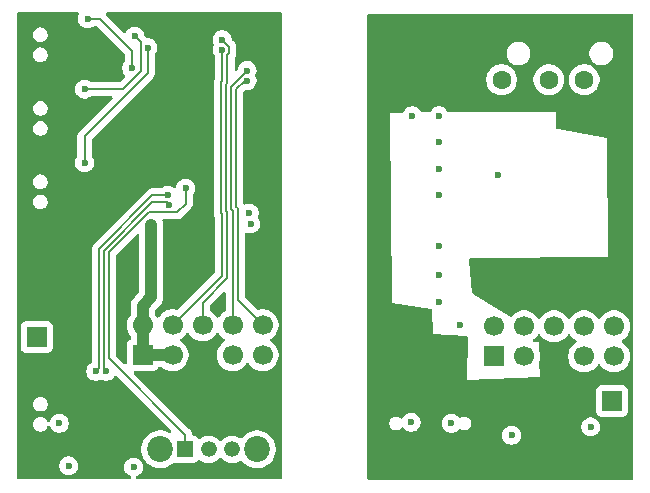
<source format=gbr>
%TF.GenerationSoftware,KiCad,Pcbnew,9.0.4*%
%TF.CreationDate,2025-09-28T00:45:50+02:00*%
%TF.ProjectId,BTM308-host,42544d33-3038-42d6-986f-73742e6b6963,rev?*%
%TF.SameCoordinates,Original*%
%TF.FileFunction,Copper,L4,Bot*%
%TF.FilePolarity,Positive*%
%FSLAX46Y46*%
G04 Gerber Fmt 4.6, Leading zero omitted, Abs format (unit mm)*
G04 Created by KiCad (PCBNEW 9.0.4) date 2025-09-28 00:45:50*
%MOMM*%
%LPD*%
G01*
G04 APERTURE LIST*
%TA.AperFunction,ComponentPad*%
%ADD10R,1.700000X1.700000*%
%TD*%
%TA.AperFunction,ComponentPad*%
%ADD11R,1.337000X1.337000*%
%TD*%
%TA.AperFunction,ComponentPad*%
%ADD12C,1.337000*%
%TD*%
%TA.AperFunction,ComponentPad*%
%ADD13C,2.190000*%
%TD*%
%TA.AperFunction,ComponentPad*%
%ADD14C,1.700000*%
%TD*%
%TA.AperFunction,ComponentPad*%
%ADD15C,1.600000*%
%TD*%
%TA.AperFunction,HeatsinkPad*%
%ADD16O,1.000000X2.100000*%
%TD*%
%TA.AperFunction,HeatsinkPad*%
%ADD17O,1.000000X1.600000*%
%TD*%
%TA.AperFunction,ViaPad*%
%ADD18C,0.600000*%
%TD*%
%TA.AperFunction,Conductor*%
%ADD19C,1.000000*%
%TD*%
%TA.AperFunction,Conductor*%
%ADD20C,0.200000*%
%TD*%
G04 APERTURE END LIST*
D10*
%TO.P,J6,1,Pin_1*%
%TO.N,Net-(J6-Pin_1)*%
X116700000Y-83500000D03*
%TD*%
%TO.P,J7,1,Pin_1*%
%TO.N,GND*%
X116700000Y-79300000D03*
%TD*%
D11*
%TO.P,SW4,1,A*%
%TO.N,/MFB*%
X129250000Y-93000000D03*
D12*
%TO.P,SW4,2,B*%
%TO.N,/VBAT*%
X131250000Y-93000000D03*
%TO.P,SW4,3*%
%TO.N,N/C*%
X133250000Y-93000000D03*
D13*
%TO.P,SW4,4*%
X127150000Y-93000000D03*
%TO.P,SW4,5*%
X135350000Y-93000000D03*
%TD*%
D14*
%TO.P,J5,10,Pin_10*%
%TO.N,/SPK_BN*%
X135830000Y-82485000D03*
%TO.P,J5,9,Pin_9*%
%TO.N,/VBAT*%
X135830000Y-85025000D03*
%TO.P,J5,8,Pin_8*%
%TO.N,/SPK_BP*%
X133290000Y-82485000D03*
%TO.P,J5,7,Pin_7*%
%TO.N,/VCHG*%
X133290000Y-85025000D03*
%TO.P,J5,6,Pin_6*%
%TO.N,/SPK_AP*%
X130750000Y-82485000D03*
%TO.P,J5,5,Pin_5*%
%TO.N,GND*%
X130750000Y-85025000D03*
%TO.P,J5,4,Pin_4*%
%TO.N,/SPK_AN*%
X128210000Y-82485000D03*
%TO.P,J5,3,Pin_3*%
%TO.N,AGND*%
X128210000Y-85025000D03*
%TO.P,J5,2,Pin_2*%
X125670000Y-82485000D03*
D10*
%TO.P,J5,1,Pin_1*%
X125670000Y-85025000D03*
%TD*%
%TO.P,J1,1,Pin_1*%
%TO.N,AGND*%
X155420000Y-85127500D03*
D14*
%TO.P,J1,2,Pin_2*%
X155420000Y-82587500D03*
%TO.P,J1,3,Pin_3*%
X157960000Y-85127500D03*
%TO.P,J1,4,Pin_4*%
%TO.N,/SPK_AN*%
X157960000Y-82587500D03*
%TO.P,J1,5,Pin_5*%
%TO.N,GND*%
X160500000Y-85127500D03*
%TO.P,J1,6,Pin_6*%
%TO.N,/SPK_AP*%
X160500000Y-82587500D03*
%TO.P,J1,7,Pin_7*%
%TO.N,/VCHG*%
X163040000Y-85127500D03*
%TO.P,J1,8,Pin_8*%
%TO.N,/SPK_BP*%
X163040000Y-82587500D03*
%TO.P,J1,9,Pin_9*%
%TO.N,/VBAT*%
X165580000Y-85127500D03*
%TO.P,J1,10,Pin_10*%
%TO.N,/SPK_BN*%
X165580000Y-82587500D03*
%TD*%
D10*
%TO.P,J4,1,Pin_1*%
%TO.N,GND*%
X165400000Y-93800000D03*
%TD*%
%TO.P,J3,1,Pin_1*%
%TO.N,/VBAT*%
X165400000Y-88900000D03*
%TD*%
D15*
%TO.P,U3,1,Sleeve*%
%TO.N,GND*%
X155050000Y-57300000D03*
%TO.P,U3,2,Tip*%
%TO.N,Net-(U3-Tip)*%
X156050000Y-61700000D03*
%TO.P,U3,3,Ring1*%
%TO.N,Net-(U3-Ring1)*%
X160050000Y-61700000D03*
%TO.P,U3,4,Ring2*%
%TO.N,unconnected-(U3-Ring2-Pad4)*%
X163050000Y-61700000D03*
%TD*%
D16*
%TO.P,J2,S1,SHIELD*%
%TO.N,GND*%
X145680000Y-90267500D03*
D17*
X145680000Y-94447500D03*
D16*
X154320000Y-90267500D03*
D17*
X154320000Y-94447500D03*
%TD*%
D18*
%TO.N,GND*%
X163800000Y-78400000D03*
X164600000Y-63400000D03*
X165200000Y-61100000D03*
X162400000Y-59100000D03*
X159300000Y-59200000D03*
X153300000Y-59500000D03*
X145600000Y-57800000D03*
X128700000Y-57400000D03*
X126700000Y-56700000D03*
X130800000Y-68900000D03*
X128500000Y-65800000D03*
X131400000Y-63500000D03*
X120700000Y-74900000D03*
X120600000Y-81300000D03*
X117500000Y-94100000D03*
X130400000Y-74300000D03*
X127700000Y-88000000D03*
X131300000Y-88000000D03*
X115800000Y-86600000D03*
X117700000Y-75600000D03*
X120600000Y-79300000D03*
X120700000Y-83500000D03*
X117700000Y-86800000D03*
X134900000Y-88000000D03*
X133400000Y-94900000D03*
X115800000Y-90100000D03*
X115900000Y-94000000D03*
%TO.N,/MFB*%
X129300000Y-70900000D03*
%TO.N,Net-(U1-PIO8)*%
X120750000Y-62500000D03*
X125000000Y-58000000D03*
%TO.N,Net-(U1-PIO1)*%
X126100000Y-59000000D03*
X120750000Y-68750000D03*
%TO.N,Net-(U1-PIO0)*%
X124750000Y-60731671D03*
X121000000Y-56550000D03*
%TO.N,GND*%
X129200000Y-75600000D03*
X134500000Y-67200000D03*
X134600000Y-63800000D03*
%TO.N,/SPK_AP*%
X132400000Y-58325000D03*
%TO.N,GND*%
X128400000Y-63300000D03*
%TO.N,/SPK_AN*%
X132400000Y-59175000D03*
%TO.N,GND*%
X128500000Y-68300000D03*
X131000000Y-61100000D03*
X130600000Y-65700000D03*
%TO.N,/VBAT*%
X134700000Y-73000000D03*
X118600000Y-90800000D03*
%TO.N,/LED0*%
X122600000Y-86400000D03*
%TO.N,/LED2*%
X121700000Y-86400000D03*
%TO.N,GND*%
X124000000Y-79200000D03*
%TO.N,/VBAT*%
X124900000Y-94500000D03*
X119400000Y-94400000D03*
%TO.N,GND*%
X134800000Y-75800000D03*
%TO.N,AGND*%
X126400000Y-75400000D03*
X126400000Y-76100000D03*
X126400000Y-74700000D03*
X126400000Y-74000000D03*
%TO.N,GND*%
X119900000Y-61300000D03*
%TO.N,/SPK_BN*%
X134506472Y-61775000D03*
%TO.N,GND*%
X118300000Y-58800000D03*
X115600000Y-65300000D03*
%TO.N,/SPK_BP*%
X134506472Y-60925000D03*
%TO.N,GND*%
X116000000Y-58900000D03*
X134800000Y-75200000D03*
%TO.N,/VBAT*%
X134800000Y-73900000D03*
%TO.N,GND*%
X119700000Y-67700000D03*
%TO.N,/LED2*%
X127800000Y-71500000D03*
%TO.N,/LED0*%
X127900000Y-72293726D03*
%TO.N,GND*%
X118400000Y-65000000D03*
X132400000Y-80300000D03*
X129600000Y-94900000D03*
X115800000Y-71800000D03*
X118500000Y-71300000D03*
X128700000Y-89900000D03*
X132300000Y-89900000D03*
X135900000Y-89900000D03*
X162800000Y-88500000D03*
X163700000Y-87300000D03*
X161500000Y-87400000D03*
X166000000Y-91700000D03*
X163400000Y-93800000D03*
X163300000Y-95000000D03*
X160200000Y-95000000D03*
X155900000Y-89700000D03*
X156200000Y-95000000D03*
X154500000Y-92500000D03*
X150300000Y-91200000D03*
X150100000Y-93100000D03*
X152800000Y-95000000D03*
X150500000Y-95000000D03*
X147900000Y-95000000D03*
X145500000Y-92400000D03*
X145500000Y-81100000D03*
X145500000Y-76300000D03*
X145400000Y-73700000D03*
X145300000Y-68400000D03*
X145300000Y-62400000D03*
X148700000Y-59600000D03*
X147500000Y-57600000D03*
X152700000Y-57500000D03*
X157400000Y-57300000D03*
X166700000Y-57500000D03*
X162300000Y-57400000D03*
X166600000Y-59500000D03*
X166400000Y-64500000D03*
X166200000Y-69100000D03*
X166100000Y-75000000D03*
X166100000Y-62300000D03*
X164700000Y-57500000D03*
X159800000Y-57500000D03*
X150300000Y-58000000D03*
X146500000Y-60000000D03*
X145400000Y-65200000D03*
X145500000Y-71000000D03*
X145500000Y-78600000D03*
X161200000Y-94100000D03*
X152400000Y-93000000D03*
X148000000Y-92700000D03*
X154500000Y-79400000D03*
X159500000Y-63400000D03*
X157400000Y-63400000D03*
X152700000Y-62600000D03*
X151600000Y-61800000D03*
X166100000Y-72000000D03*
X164500000Y-79700000D03*
X160000000Y-80300000D03*
X158900000Y-79200000D03*
X159000000Y-91800000D03*
X160800000Y-91600000D03*
%TO.N,/VBAT*%
X163600000Y-91100000D03*
%TO.N,/VCHG*%
X156900000Y-91800000D03*
X151800000Y-90800000D03*
X148400000Y-90700000D03*
%TO.N,GND*%
X146900000Y-85800000D03*
X145500000Y-83500000D03*
X148000000Y-81500000D03*
%TO.N,AGND*%
X152500000Y-82500000D03*
X150750000Y-80500000D03*
X150750000Y-78250000D03*
X150750000Y-75750000D03*
X148500000Y-64750000D03*
X150750000Y-64750000D03*
X150750000Y-67000000D03*
X150750000Y-69250000D03*
X150750000Y-71500000D03*
X155750000Y-69750000D03*
%TD*%
D19*
%TO.N,AGND*%
X125670000Y-82485000D02*
X125670000Y-85025000D01*
D20*
%TO.N,/SPK_BP*%
X133290000Y-72791468D02*
X133290000Y-82485000D01*
D19*
%TO.N,AGND*%
X125670000Y-85025000D02*
X128210000Y-85025000D01*
D20*
%TO.N,/SPK_BN*%
X133740001Y-80395001D02*
X135830000Y-82485000D01*
%TO.N,/SPK_AP*%
X132850000Y-72918568D02*
X132850000Y-78481397D01*
X133001000Y-58926057D02*
X133001000Y-59423943D01*
X132850000Y-59574943D02*
X132850000Y-62014372D01*
%TO.N,/SPK_AN*%
X132299040Y-73003976D02*
X132400000Y-73104936D01*
%TO.N,/SPK_BN*%
X133600000Y-62467869D02*
X133600000Y-72465100D01*
%TO.N,/SPK_AN*%
X132400000Y-78295000D02*
X128210000Y-82485000D01*
%TO.N,/SPK_BN*%
X133740001Y-72605101D02*
X133740001Y-80395001D01*
%TO.N,/SPK_AP*%
X132749020Y-62115352D02*
X132749020Y-72817588D01*
X132400000Y-58325000D02*
X132850000Y-58775000D01*
X132850000Y-58775000D02*
X132850000Y-58775057D01*
%TO.N,/SPK_BP*%
X133150020Y-62281452D02*
X133150020Y-72651488D01*
%TO.N,/SPK_BN*%
X134506472Y-61775000D02*
X134292869Y-61775000D01*
X134292869Y-61775000D02*
X133600000Y-62467869D01*
%TO.N,/SPK_AP*%
X132850000Y-58775057D02*
X133001000Y-58926057D01*
X133001000Y-59423943D02*
X132850000Y-59574943D01*
%TO.N,/SPK_BN*%
X133600000Y-72465100D02*
X133740001Y-72605101D01*
%TO.N,/SPK_AP*%
X132850000Y-62014372D02*
X132749020Y-62115352D01*
%TO.N,/SPK_BP*%
X133150020Y-72651488D02*
X133290000Y-72791468D01*
%TO.N,/SPK_AP*%
X132749020Y-72817588D02*
X132850000Y-72918568D01*
X132850000Y-78481397D02*
X130750000Y-80581397D01*
%TO.N,/SPK_AN*%
X132400000Y-61828004D02*
X132299040Y-61928964D01*
X132299040Y-61928964D02*
X132299040Y-73003976D01*
%TO.N,/SPK_AP*%
X130750000Y-80581397D02*
X130750000Y-82485000D01*
%TO.N,/SPK_AN*%
X132400000Y-73104936D02*
X132400000Y-78295000D01*
%TO.N,/SPK_BP*%
X134506472Y-60925000D02*
X133150020Y-62281452D01*
%TO.N,/SPK_AN*%
X132400000Y-59175000D02*
X132400000Y-61828004D01*
%TO.N,/LED2*%
X127800000Y-71500000D02*
X126500000Y-71500000D01*
X121999000Y-76001000D02*
X121999000Y-86101000D01*
X121999000Y-86101000D02*
X121700000Y-86400000D01*
X126500000Y-71500000D02*
X121999000Y-76001000D01*
%TO.N,/MFB*%
X129250000Y-91750000D02*
X129250000Y-93000000D01*
X128600000Y-72900000D02*
X126234200Y-72900000D01*
X122801000Y-85301000D02*
X129250000Y-91750000D01*
X129300000Y-70900000D02*
X129300000Y-72200000D01*
X126234200Y-72900000D02*
X122801000Y-76333200D01*
X122801000Y-76333200D02*
X122801000Y-85301000D01*
X129300000Y-72200000D02*
X128600000Y-72900000D01*
D19*
%TO.N,AGND*%
X126400000Y-74000000D02*
X126400000Y-80100000D01*
X126400000Y-80100000D02*
X125670000Y-80830000D01*
D20*
%TO.N,Net-(U1-PIO8)*%
X125500000Y-61000000D02*
X125500000Y-58500000D01*
X124000000Y-62500000D02*
X125500000Y-61000000D01*
X120750000Y-62500000D02*
X124000000Y-62500000D01*
%TO.N,Net-(U1-PIO1)*%
X126100000Y-59000000D02*
X126100000Y-61150000D01*
%TO.N,Net-(U1-PIO8)*%
X125500000Y-58500000D02*
X125000000Y-58000000D01*
%TO.N,Net-(U1-PIO1)*%
X126100000Y-61150000D02*
X120750000Y-66500000D01*
X120750000Y-66500000D02*
X120750000Y-68750000D01*
D19*
%TO.N,AGND*%
X125670000Y-80830000D02*
X125670000Y-82485000D01*
D20*
%TO.N,/LED0*%
X127900000Y-72293726D02*
X127706274Y-72100000D01*
X127706274Y-72100000D02*
X126467100Y-72100000D01*
X122400000Y-76167100D02*
X122400000Y-86099997D01*
X122400000Y-86099997D02*
X122700003Y-86400000D01*
X126467100Y-72100000D02*
X122400000Y-76167100D01*
X122700003Y-86400000D02*
X122600000Y-86400000D01*
%TO.N,Net-(U1-PIO0)*%
X122050000Y-56550000D02*
X124750000Y-59250000D01*
X124750000Y-59250000D02*
X124750000Y-60731671D01*
X121000000Y-56550000D02*
X122050000Y-56550000D01*
%TD*%
%TA.AperFunction,Conductor*%
%TO.N,GND*%
G36*
X167141600Y-56120471D02*
G01*
X167187355Y-56173275D01*
X167198561Y-56224786D01*
X167198561Y-95476786D01*
X167178876Y-95543825D01*
X167126072Y-95589580D01*
X167074561Y-95600786D01*
X144824500Y-95600786D01*
X144757461Y-95581101D01*
X144711706Y-95528297D01*
X144700500Y-95476786D01*
X144700500Y-91721153D01*
X156099500Y-91721153D01*
X156099500Y-91878846D01*
X156130261Y-92033489D01*
X156130264Y-92033501D01*
X156190602Y-92179172D01*
X156190609Y-92179185D01*
X156278210Y-92310288D01*
X156278213Y-92310292D01*
X156389707Y-92421786D01*
X156389711Y-92421789D01*
X156520814Y-92509390D01*
X156520827Y-92509397D01*
X156666498Y-92569735D01*
X156666503Y-92569737D01*
X156821153Y-92600499D01*
X156821156Y-92600500D01*
X156821158Y-92600500D01*
X156978844Y-92600500D01*
X156978845Y-92600499D01*
X157133497Y-92569737D01*
X157279179Y-92509394D01*
X157410289Y-92421789D01*
X157521789Y-92310289D01*
X157609394Y-92179179D01*
X157669737Y-92033497D01*
X157700500Y-91878842D01*
X157700500Y-91721158D01*
X157700500Y-91721155D01*
X157700499Y-91721153D01*
X157678447Y-91610292D01*
X157669737Y-91566503D01*
X157642398Y-91500500D01*
X157609397Y-91420827D01*
X157609390Y-91420814D01*
X157521789Y-91289711D01*
X157521786Y-91289707D01*
X157410292Y-91178213D01*
X157410288Y-91178210D01*
X157320429Y-91118168D01*
X157279185Y-91090609D01*
X157279172Y-91090602D01*
X157133501Y-91030264D01*
X157133489Y-91030261D01*
X157087701Y-91021153D01*
X162799500Y-91021153D01*
X162799500Y-91178846D01*
X162830261Y-91333489D01*
X162830264Y-91333501D01*
X162890602Y-91479172D01*
X162890609Y-91479185D01*
X162978210Y-91610288D01*
X162978213Y-91610292D01*
X163089707Y-91721786D01*
X163089711Y-91721789D01*
X163220814Y-91809390D01*
X163220827Y-91809397D01*
X163366498Y-91869735D01*
X163366503Y-91869737D01*
X163521153Y-91900499D01*
X163521156Y-91900500D01*
X163521158Y-91900500D01*
X163678844Y-91900500D01*
X163678845Y-91900499D01*
X163833497Y-91869737D01*
X163979179Y-91809394D01*
X164110289Y-91721789D01*
X164221789Y-91610289D01*
X164309394Y-91479179D01*
X164369737Y-91333497D01*
X164400500Y-91178842D01*
X164400500Y-91021158D01*
X164400500Y-91021155D01*
X164400499Y-91021153D01*
X164371082Y-90873265D01*
X164369737Y-90866503D01*
X164333427Y-90778842D01*
X164309397Y-90720827D01*
X164309390Y-90720814D01*
X164221789Y-90589711D01*
X164221786Y-90589707D01*
X164110292Y-90478213D01*
X164110288Y-90478210D01*
X163979185Y-90390609D01*
X163979172Y-90390602D01*
X163833501Y-90330264D01*
X163833489Y-90330261D01*
X163678845Y-90299500D01*
X163678842Y-90299500D01*
X163521158Y-90299500D01*
X163521155Y-90299500D01*
X163366510Y-90330261D01*
X163366498Y-90330264D01*
X163220827Y-90390602D01*
X163220814Y-90390609D01*
X163089711Y-90478210D01*
X163089707Y-90478213D01*
X162978213Y-90589707D01*
X162978210Y-90589711D01*
X162890609Y-90720814D01*
X162890602Y-90720827D01*
X162830264Y-90866498D01*
X162830261Y-90866510D01*
X162799500Y-91021153D01*
X157087701Y-91021153D01*
X156978845Y-90999500D01*
X156978842Y-90999500D01*
X156821158Y-90999500D01*
X156821155Y-90999500D01*
X156666510Y-91030261D01*
X156666498Y-91030264D01*
X156520827Y-91090602D01*
X156520814Y-91090609D01*
X156389711Y-91178210D01*
X156389707Y-91178213D01*
X156278213Y-91289707D01*
X156278210Y-91289711D01*
X156190609Y-91420814D01*
X156190602Y-91420827D01*
X156130264Y-91566498D01*
X156130261Y-91566510D01*
X156099500Y-91721153D01*
X144700500Y-91721153D01*
X144700500Y-90721734D01*
X146534500Y-90721734D01*
X146534500Y-90873265D01*
X146573719Y-91019636D01*
X146608093Y-91079172D01*
X146649485Y-91150865D01*
X146756635Y-91258015D01*
X146887865Y-91333781D01*
X147034234Y-91373000D01*
X147034236Y-91373000D01*
X147185764Y-91373000D01*
X147185766Y-91373000D01*
X147332135Y-91333781D01*
X147463365Y-91258015D01*
X147564380Y-91156999D01*
X147625699Y-91123517D01*
X147695391Y-91128501D01*
X147751325Y-91170372D01*
X147755160Y-91175791D01*
X147778213Y-91210292D01*
X147889707Y-91321786D01*
X147889711Y-91321789D01*
X148020814Y-91409390D01*
X148020827Y-91409397D01*
X148166498Y-91469735D01*
X148166503Y-91469737D01*
X148321153Y-91500499D01*
X148321156Y-91500500D01*
X148321158Y-91500500D01*
X148478844Y-91500500D01*
X148478845Y-91500499D01*
X148633497Y-91469737D01*
X148751592Y-91420821D01*
X148779172Y-91409397D01*
X148779172Y-91409396D01*
X148779179Y-91409394D01*
X148910289Y-91321789D01*
X149021789Y-91210289D01*
X149109394Y-91079179D01*
X149169737Y-90933497D01*
X149200500Y-90778842D01*
X149200500Y-90721153D01*
X150999500Y-90721153D01*
X150999500Y-90878846D01*
X151030261Y-91033489D01*
X151030264Y-91033501D01*
X151090602Y-91179172D01*
X151090609Y-91179185D01*
X151178210Y-91310288D01*
X151178213Y-91310292D01*
X151289707Y-91421786D01*
X151289711Y-91421789D01*
X151420814Y-91509390D01*
X151420827Y-91509397D01*
X151558683Y-91566498D01*
X151566503Y-91569737D01*
X151721153Y-91600499D01*
X151721156Y-91600500D01*
X151721158Y-91600500D01*
X151878844Y-91600500D01*
X151878845Y-91600499D01*
X151889179Y-91598443D01*
X151914287Y-91593450D01*
X151914292Y-91593449D01*
X151999800Y-91576439D01*
X152033497Y-91569737D01*
X152179179Y-91509394D01*
X152310289Y-91421789D01*
X152359079Y-91372999D01*
X152426097Y-91305982D01*
X152427144Y-91307029D01*
X152478803Y-91271828D01*
X152548648Y-91269946D01*
X152578926Y-91282432D01*
X152667865Y-91333781D01*
X152814234Y-91373000D01*
X152814236Y-91373000D01*
X152965764Y-91373000D01*
X152965766Y-91373000D01*
X153112135Y-91333781D01*
X153243365Y-91258015D01*
X153350515Y-91150865D01*
X153426281Y-91019635D01*
X153465500Y-90873266D01*
X153465500Y-90721734D01*
X153426281Y-90575365D01*
X153350515Y-90444135D01*
X153243365Y-90336985D01*
X153167803Y-90293359D01*
X153112136Y-90261219D01*
X153038950Y-90241609D01*
X152965766Y-90222000D01*
X152814234Y-90222000D01*
X152667865Y-90261219D01*
X152667864Y-90261219D01*
X152667862Y-90261220D01*
X152667861Y-90261220D01*
X152576146Y-90314172D01*
X152508245Y-90330645D01*
X152442219Y-90307792D01*
X152426755Y-90293359D01*
X152426097Y-90294018D01*
X152310292Y-90178213D01*
X152310288Y-90178210D01*
X152179185Y-90090609D01*
X152179172Y-90090602D01*
X152033501Y-90030264D01*
X152033489Y-90030261D01*
X151878845Y-89999500D01*
X151878842Y-89999500D01*
X151721158Y-89999500D01*
X151721155Y-89999500D01*
X151566510Y-90030261D01*
X151566498Y-90030264D01*
X151420827Y-90090602D01*
X151420814Y-90090609D01*
X151289711Y-90178210D01*
X151289707Y-90178213D01*
X151178213Y-90289707D01*
X151178210Y-90289711D01*
X151090609Y-90420814D01*
X151090602Y-90420827D01*
X151030264Y-90566498D01*
X151030261Y-90566510D01*
X150999500Y-90721153D01*
X149200500Y-90721153D01*
X149200500Y-90621158D01*
X149200500Y-90621155D01*
X149200499Y-90621153D01*
X149172066Y-90478211D01*
X149169737Y-90466503D01*
X149136762Y-90386894D01*
X149109397Y-90320827D01*
X149109390Y-90320814D01*
X149021789Y-90189711D01*
X149021786Y-90189707D01*
X148910292Y-90078213D01*
X148910288Y-90078210D01*
X148779185Y-89990609D01*
X148779172Y-89990602D01*
X148633501Y-89930264D01*
X148633489Y-89930261D01*
X148478845Y-89899500D01*
X148478842Y-89899500D01*
X148321158Y-89899500D01*
X148321155Y-89899500D01*
X148166510Y-89930261D01*
X148166498Y-89930264D01*
X148020827Y-89990602D01*
X148020814Y-89990609D01*
X147889711Y-90078210D01*
X147889707Y-90078213D01*
X147778213Y-90189707D01*
X147778210Y-90189711D01*
X147690609Y-90320814D01*
X147690604Y-90320824D01*
X147690332Y-90321482D01*
X147690097Y-90321773D01*
X147687736Y-90326191D01*
X147686898Y-90325743D01*
X147646491Y-90375885D01*
X147580197Y-90397950D01*
X147512497Y-90380671D01*
X147488090Y-90361710D01*
X147463367Y-90336987D01*
X147463365Y-90336985D01*
X147387803Y-90293359D01*
X147332136Y-90261219D01*
X147258950Y-90241609D01*
X147185766Y-90222000D01*
X147034234Y-90222000D01*
X146887863Y-90261219D01*
X146756635Y-90336985D01*
X146756632Y-90336987D01*
X146649487Y-90444132D01*
X146649485Y-90444135D01*
X146573719Y-90575363D01*
X146534500Y-90721734D01*
X144700500Y-90721734D01*
X144700500Y-88002135D01*
X164049500Y-88002135D01*
X164049500Y-89797870D01*
X164049501Y-89797876D01*
X164055908Y-89857483D01*
X164106202Y-89992328D01*
X164106206Y-89992335D01*
X164192452Y-90107544D01*
X164192455Y-90107547D01*
X164307664Y-90193793D01*
X164307671Y-90193797D01*
X164442517Y-90244091D01*
X164442516Y-90244091D01*
X164449444Y-90244835D01*
X164502127Y-90250500D01*
X166297872Y-90250499D01*
X166357483Y-90244091D01*
X166492331Y-90193796D01*
X166607546Y-90107546D01*
X166693796Y-89992331D01*
X166744091Y-89857483D01*
X166750500Y-89797873D01*
X166750499Y-88002128D01*
X166744091Y-87942517D01*
X166693796Y-87807669D01*
X166693795Y-87807668D01*
X166693793Y-87807664D01*
X166607547Y-87692455D01*
X166607544Y-87692452D01*
X166492335Y-87606206D01*
X166492328Y-87606202D01*
X166357482Y-87555908D01*
X166357483Y-87555908D01*
X166297883Y-87549501D01*
X166297881Y-87549500D01*
X166297873Y-87549500D01*
X166297864Y-87549500D01*
X164502129Y-87549500D01*
X164502123Y-87549501D01*
X164442516Y-87555908D01*
X164307671Y-87606202D01*
X164307664Y-87606206D01*
X164192455Y-87692452D01*
X164192452Y-87692455D01*
X164106206Y-87807664D01*
X164106202Y-87807671D01*
X164055908Y-87942517D01*
X164049501Y-88002116D01*
X164049501Y-88002123D01*
X164049500Y-88002135D01*
X144700500Y-88002135D01*
X144700500Y-64500000D01*
X146599999Y-64500000D01*
X146799999Y-80599998D01*
X146800000Y-80600000D01*
X150096566Y-81084789D01*
X150160026Y-81114017D01*
X150197612Y-81172917D01*
X150202488Y-81204517D01*
X150249999Y-83199999D01*
X150250000Y-83200000D01*
X153081218Y-83391947D01*
X153146770Y-83416120D01*
X153188848Y-83471898D01*
X153196783Y-83519012D01*
X153100000Y-87099999D01*
X153100000Y-87100000D01*
X159300000Y-86900000D01*
X159254582Y-85537476D01*
X159260582Y-85495028D01*
X159277246Y-85443743D01*
X159310500Y-85233787D01*
X159310500Y-85021213D01*
X159277246Y-84811257D01*
X159277245Y-84811253D01*
X159277245Y-84811252D01*
X159230433Y-84667181D01*
X159224433Y-84632994D01*
X159219116Y-84473498D01*
X159200000Y-83900000D01*
X158832740Y-83900000D01*
X158765701Y-83880315D01*
X158719946Y-83827511D01*
X158710002Y-83758353D01*
X158739027Y-83694797D01*
X158759855Y-83675682D01*
X158839786Y-83617609D01*
X158839788Y-83617606D01*
X158839792Y-83617604D01*
X158990104Y-83467292D01*
X158990106Y-83467288D01*
X158990109Y-83467286D01*
X159115048Y-83295320D01*
X159115047Y-83295320D01*
X159115051Y-83295316D01*
X159119514Y-83286554D01*
X159167488Y-83235759D01*
X159235308Y-83218963D01*
X159301444Y-83241499D01*
X159340486Y-83286556D01*
X159344951Y-83295320D01*
X159469890Y-83467286D01*
X159620213Y-83617609D01*
X159792179Y-83742548D01*
X159792181Y-83742549D01*
X159792184Y-83742551D01*
X159981588Y-83839057D01*
X160183757Y-83904746D01*
X160393713Y-83938000D01*
X160393714Y-83938000D01*
X160606286Y-83938000D01*
X160606287Y-83938000D01*
X160816243Y-83904746D01*
X161018412Y-83839057D01*
X161207816Y-83742551D01*
X161299854Y-83675682D01*
X161379786Y-83617609D01*
X161379788Y-83617606D01*
X161379792Y-83617604D01*
X161530104Y-83467292D01*
X161530106Y-83467288D01*
X161530109Y-83467286D01*
X161655048Y-83295320D01*
X161655047Y-83295320D01*
X161655051Y-83295316D01*
X161659514Y-83286554D01*
X161707488Y-83235759D01*
X161775308Y-83218963D01*
X161841444Y-83241499D01*
X161880486Y-83286556D01*
X161884951Y-83295320D01*
X162009890Y-83467286D01*
X162160213Y-83617609D01*
X162332182Y-83742550D01*
X162340946Y-83747016D01*
X162391742Y-83794991D01*
X162408536Y-83862812D01*
X162385998Y-83928947D01*
X162340946Y-83967984D01*
X162332182Y-83972449D01*
X162160213Y-84097390D01*
X162009890Y-84247713D01*
X161884951Y-84419679D01*
X161788444Y-84609085D01*
X161722753Y-84811260D01*
X161689500Y-85021213D01*
X161689500Y-85233787D01*
X161722754Y-85443743D01*
X161746142Y-85515725D01*
X161788444Y-85645914D01*
X161884951Y-85835320D01*
X162009890Y-86007286D01*
X162160213Y-86157609D01*
X162332179Y-86282548D01*
X162332181Y-86282549D01*
X162332184Y-86282551D01*
X162521588Y-86379057D01*
X162723757Y-86444746D01*
X162933713Y-86478000D01*
X162933714Y-86478000D01*
X163146286Y-86478000D01*
X163146287Y-86478000D01*
X163356243Y-86444746D01*
X163558412Y-86379057D01*
X163747816Y-86282551D01*
X163769789Y-86266586D01*
X163919786Y-86157609D01*
X163919788Y-86157606D01*
X163919792Y-86157604D01*
X164070104Y-86007292D01*
X164070106Y-86007288D01*
X164070109Y-86007286D01*
X164195048Y-85835320D01*
X164195047Y-85835320D01*
X164195051Y-85835316D01*
X164199514Y-85826554D01*
X164247488Y-85775759D01*
X164315308Y-85758963D01*
X164381444Y-85781499D01*
X164420486Y-85826556D01*
X164424951Y-85835320D01*
X164549890Y-86007286D01*
X164700213Y-86157609D01*
X164872179Y-86282548D01*
X164872181Y-86282549D01*
X164872184Y-86282551D01*
X165061588Y-86379057D01*
X165263757Y-86444746D01*
X165473713Y-86478000D01*
X165473714Y-86478000D01*
X165686286Y-86478000D01*
X165686287Y-86478000D01*
X165896243Y-86444746D01*
X166098412Y-86379057D01*
X166287816Y-86282551D01*
X166309789Y-86266586D01*
X166459786Y-86157609D01*
X166459788Y-86157606D01*
X166459792Y-86157604D01*
X166610104Y-86007292D01*
X166610106Y-86007288D01*
X166610109Y-86007286D01*
X166735048Y-85835320D01*
X166735047Y-85835320D01*
X166735051Y-85835316D01*
X166831557Y-85645912D01*
X166897246Y-85443743D01*
X166930500Y-85233787D01*
X166930500Y-85021213D01*
X166897246Y-84811257D01*
X166831557Y-84609088D01*
X166735051Y-84419684D01*
X166735049Y-84419681D01*
X166735048Y-84419679D01*
X166610109Y-84247713D01*
X166459786Y-84097390D01*
X166287820Y-83972451D01*
X166287115Y-83972091D01*
X166279054Y-83967985D01*
X166228259Y-83920012D01*
X166211463Y-83852192D01*
X166233999Y-83786056D01*
X166279054Y-83747015D01*
X166287816Y-83742551D01*
X166379854Y-83675682D01*
X166459786Y-83617609D01*
X166459788Y-83617606D01*
X166459792Y-83617604D01*
X166610104Y-83467292D01*
X166610106Y-83467288D01*
X166610109Y-83467286D01*
X166735048Y-83295320D01*
X166735047Y-83295320D01*
X166735051Y-83295316D01*
X166831557Y-83105912D01*
X166897246Y-82903743D01*
X166930500Y-82693787D01*
X166930500Y-82481213D01*
X166897246Y-82271257D01*
X166831557Y-82069088D01*
X166735051Y-81879684D01*
X166735049Y-81879681D01*
X166735048Y-81879679D01*
X166610109Y-81707713D01*
X166459786Y-81557390D01*
X166287820Y-81432451D01*
X166098414Y-81335944D01*
X166098413Y-81335943D01*
X166098412Y-81335943D01*
X165896243Y-81270254D01*
X165896241Y-81270253D01*
X165896240Y-81270253D01*
X165734957Y-81244708D01*
X165686287Y-81237000D01*
X165473713Y-81237000D01*
X165425042Y-81244708D01*
X165263760Y-81270253D01*
X165061585Y-81335944D01*
X164872179Y-81432451D01*
X164700213Y-81557390D01*
X164549890Y-81707713D01*
X164424949Y-81879682D01*
X164420484Y-81888446D01*
X164372509Y-81939242D01*
X164304688Y-81956036D01*
X164238553Y-81933498D01*
X164199516Y-81888446D01*
X164195050Y-81879682D01*
X164070109Y-81707713D01*
X163919786Y-81557390D01*
X163747820Y-81432451D01*
X163558414Y-81335944D01*
X163558413Y-81335943D01*
X163558412Y-81335943D01*
X163356243Y-81270254D01*
X163356241Y-81270253D01*
X163356240Y-81270253D01*
X163194957Y-81244708D01*
X163146287Y-81237000D01*
X162933713Y-81237000D01*
X162885042Y-81244708D01*
X162723760Y-81270253D01*
X162521585Y-81335944D01*
X162332179Y-81432451D01*
X162160213Y-81557390D01*
X162009890Y-81707713D01*
X161884949Y-81879682D01*
X161880484Y-81888446D01*
X161832509Y-81939242D01*
X161764688Y-81956036D01*
X161698553Y-81933498D01*
X161659516Y-81888446D01*
X161655050Y-81879682D01*
X161530109Y-81707713D01*
X161379786Y-81557390D01*
X161207820Y-81432451D01*
X161018414Y-81335944D01*
X161018413Y-81335943D01*
X161018412Y-81335943D01*
X160816243Y-81270254D01*
X160816241Y-81270253D01*
X160816240Y-81270253D01*
X160654957Y-81244708D01*
X160606287Y-81237000D01*
X160393713Y-81237000D01*
X160345042Y-81244708D01*
X160183760Y-81270253D01*
X159981585Y-81335944D01*
X159792179Y-81432451D01*
X159620213Y-81557390D01*
X159469890Y-81707713D01*
X159344949Y-81879682D01*
X159340484Y-81888446D01*
X159292509Y-81939242D01*
X159224688Y-81956036D01*
X159158553Y-81933498D01*
X159119516Y-81888446D01*
X159115050Y-81879682D01*
X158990109Y-81707713D01*
X158839786Y-81557390D01*
X158667820Y-81432451D01*
X158478414Y-81335944D01*
X158478413Y-81335943D01*
X158478412Y-81335943D01*
X158276243Y-81270254D01*
X158276241Y-81270253D01*
X158276240Y-81270253D01*
X158114957Y-81244708D01*
X158066287Y-81237000D01*
X157853713Y-81237000D01*
X157805042Y-81244708D01*
X157643760Y-81270253D01*
X157441585Y-81335944D01*
X157252179Y-81432451D01*
X157080213Y-81557390D01*
X156929894Y-81707709D01*
X156929890Y-81707714D01*
X156916363Y-81726332D01*
X156861032Y-81768996D01*
X156791418Y-81774974D01*
X156729624Y-81742366D01*
X156707854Y-81714027D01*
X156700000Y-81700001D01*
X156700000Y-81700000D01*
X154769893Y-80517031D01*
X153652464Y-79832155D01*
X153605593Y-79780339D01*
X153593877Y-79738770D01*
X153313575Y-76935755D01*
X153326492Y-76867093D01*
X153374481Y-76816311D01*
X153436431Y-76799421D01*
X165100000Y-76750000D01*
X165000000Y-66600000D01*
X164999999Y-66599999D01*
X165000000Y-66599999D01*
X160804076Y-65916942D01*
X160741071Y-65886741D01*
X160704395Y-65827272D01*
X160700000Y-65794553D01*
X160700000Y-64400000D01*
X151582000Y-64464665D01*
X151514823Y-64445456D01*
X151468695Y-64392978D01*
X151466560Y-64388120D01*
X151459397Y-64370827D01*
X151459390Y-64370814D01*
X151371789Y-64239711D01*
X151371786Y-64239707D01*
X151260292Y-64128213D01*
X151260288Y-64128210D01*
X151129185Y-64040609D01*
X151129172Y-64040602D01*
X150983501Y-63980264D01*
X150983489Y-63980261D01*
X150828845Y-63949500D01*
X150828842Y-63949500D01*
X150671158Y-63949500D01*
X150671155Y-63949500D01*
X150516510Y-63980261D01*
X150516498Y-63980264D01*
X150370827Y-64040602D01*
X150370814Y-64040609D01*
X150239711Y-64128210D01*
X150239707Y-64128213D01*
X150128213Y-64239707D01*
X150128210Y-64239711D01*
X150040609Y-64370814D01*
X150040603Y-64370826D01*
X150028540Y-64399948D01*
X149984698Y-64454351D01*
X149918403Y-64476414D01*
X149914859Y-64476490D01*
X149338590Y-64480576D01*
X149271413Y-64461367D01*
X149225285Y-64408889D01*
X149223150Y-64404031D01*
X149209396Y-64370827D01*
X149209394Y-64370821D01*
X149209392Y-64370818D01*
X149209392Y-64370817D01*
X149121789Y-64239711D01*
X149121786Y-64239707D01*
X149010292Y-64128213D01*
X149010288Y-64128210D01*
X148879185Y-64040609D01*
X148879172Y-64040602D01*
X148733501Y-63980264D01*
X148733489Y-63980261D01*
X148578845Y-63949500D01*
X148578842Y-63949500D01*
X148421158Y-63949500D01*
X148421155Y-63949500D01*
X148266510Y-63980261D01*
X148266498Y-63980264D01*
X148120827Y-64040602D01*
X148120814Y-64040609D01*
X147989711Y-64128210D01*
X147989707Y-64128213D01*
X147878213Y-64239707D01*
X147878207Y-64239715D01*
X147790607Y-64370818D01*
X147790602Y-64370827D01*
X147771911Y-64415951D01*
X147728070Y-64470354D01*
X147661775Y-64492418D01*
X147658231Y-64492494D01*
X146599999Y-64500000D01*
X144700500Y-64500000D01*
X144700500Y-61597648D01*
X154749500Y-61597648D01*
X154749500Y-61802351D01*
X154781522Y-62004534D01*
X154844781Y-62199223D01*
X154937715Y-62381613D01*
X155058028Y-62547213D01*
X155202786Y-62691971D01*
X155357749Y-62804556D01*
X155368390Y-62812287D01*
X155484607Y-62871503D01*
X155550776Y-62905218D01*
X155550778Y-62905218D01*
X155550781Y-62905220D01*
X155655137Y-62939127D01*
X155745465Y-62968477D01*
X155846557Y-62984488D01*
X155947648Y-63000500D01*
X155947649Y-63000500D01*
X156152351Y-63000500D01*
X156152352Y-63000500D01*
X156354534Y-62968477D01*
X156549219Y-62905220D01*
X156731610Y-62812287D01*
X156824590Y-62744732D01*
X156897213Y-62691971D01*
X156897215Y-62691968D01*
X156897219Y-62691966D01*
X157041966Y-62547219D01*
X157041968Y-62547215D01*
X157041971Y-62547213D01*
X157094732Y-62474590D01*
X157162287Y-62381610D01*
X157255220Y-62199219D01*
X157318477Y-62004534D01*
X157350500Y-61802352D01*
X157350500Y-61597648D01*
X158749500Y-61597648D01*
X158749500Y-61802351D01*
X158781522Y-62004534D01*
X158844781Y-62199223D01*
X158937715Y-62381613D01*
X159058028Y-62547213D01*
X159202786Y-62691971D01*
X159357749Y-62804556D01*
X159368390Y-62812287D01*
X159484607Y-62871503D01*
X159550776Y-62905218D01*
X159550778Y-62905218D01*
X159550781Y-62905220D01*
X159655137Y-62939127D01*
X159745465Y-62968477D01*
X159846557Y-62984488D01*
X159947648Y-63000500D01*
X159947649Y-63000500D01*
X160152351Y-63000500D01*
X160152352Y-63000500D01*
X160354534Y-62968477D01*
X160549219Y-62905220D01*
X160731610Y-62812287D01*
X160824590Y-62744732D01*
X160897213Y-62691971D01*
X160897215Y-62691968D01*
X160897219Y-62691966D01*
X161041966Y-62547219D01*
X161041968Y-62547215D01*
X161041971Y-62547213D01*
X161094732Y-62474590D01*
X161162287Y-62381610D01*
X161255220Y-62199219D01*
X161318477Y-62004534D01*
X161350500Y-61802352D01*
X161350500Y-61597648D01*
X161749500Y-61597648D01*
X161749500Y-61802351D01*
X161781522Y-62004534D01*
X161844781Y-62199223D01*
X161937715Y-62381613D01*
X162058028Y-62547213D01*
X162202786Y-62691971D01*
X162357749Y-62804556D01*
X162368390Y-62812287D01*
X162484607Y-62871503D01*
X162550776Y-62905218D01*
X162550778Y-62905218D01*
X162550781Y-62905220D01*
X162655137Y-62939127D01*
X162745465Y-62968477D01*
X162846557Y-62984488D01*
X162947648Y-63000500D01*
X162947649Y-63000500D01*
X163152351Y-63000500D01*
X163152352Y-63000500D01*
X163354534Y-62968477D01*
X163549219Y-62905220D01*
X163731610Y-62812287D01*
X163824590Y-62744732D01*
X163897213Y-62691971D01*
X163897215Y-62691968D01*
X163897219Y-62691966D01*
X164041966Y-62547219D01*
X164041968Y-62547215D01*
X164041971Y-62547213D01*
X164094732Y-62474590D01*
X164162287Y-62381610D01*
X164255220Y-62199219D01*
X164318477Y-62004534D01*
X164350500Y-61802352D01*
X164350500Y-61597648D01*
X164318477Y-61395466D01*
X164255220Y-61200781D01*
X164255218Y-61200778D01*
X164255218Y-61200776D01*
X164221503Y-61134607D01*
X164162287Y-61018390D01*
X164154556Y-61007749D01*
X164041971Y-60852786D01*
X163897213Y-60708028D01*
X163731613Y-60587715D01*
X163731612Y-60587714D01*
X163731610Y-60587713D01*
X163674653Y-60558691D01*
X163549223Y-60494781D01*
X163354534Y-60431522D01*
X163179995Y-60403878D01*
X163152352Y-60399500D01*
X162947648Y-60399500D01*
X162923329Y-60403351D01*
X162745465Y-60431522D01*
X162550776Y-60494781D01*
X162368386Y-60587715D01*
X162202786Y-60708028D01*
X162058028Y-60852786D01*
X161937715Y-61018386D01*
X161844781Y-61200776D01*
X161781522Y-61395465D01*
X161749500Y-61597648D01*
X161350500Y-61597648D01*
X161318477Y-61395466D01*
X161255220Y-61200781D01*
X161255218Y-61200778D01*
X161255218Y-61200776D01*
X161221503Y-61134607D01*
X161162287Y-61018390D01*
X161154556Y-61007749D01*
X161041971Y-60852786D01*
X160897213Y-60708028D01*
X160731613Y-60587715D01*
X160731612Y-60587714D01*
X160731610Y-60587713D01*
X160674653Y-60558691D01*
X160549223Y-60494781D01*
X160354534Y-60431522D01*
X160179995Y-60403878D01*
X160152352Y-60399500D01*
X159947648Y-60399500D01*
X159923329Y-60403351D01*
X159745465Y-60431522D01*
X159550776Y-60494781D01*
X159368386Y-60587715D01*
X159202786Y-60708028D01*
X159058028Y-60852786D01*
X158937715Y-61018386D01*
X158844781Y-61200776D01*
X158781522Y-61395465D01*
X158749500Y-61597648D01*
X157350500Y-61597648D01*
X157318477Y-61395466D01*
X157255220Y-61200781D01*
X157255218Y-61200778D01*
X157255218Y-61200776D01*
X157221503Y-61134607D01*
X157162287Y-61018390D01*
X157154556Y-61007749D01*
X157041971Y-60852786D01*
X156897213Y-60708028D01*
X156731613Y-60587715D01*
X156731612Y-60587714D01*
X156731610Y-60587713D01*
X156674653Y-60558691D01*
X156549223Y-60494781D01*
X156354534Y-60431522D01*
X156179995Y-60403878D01*
X156152352Y-60399500D01*
X155947648Y-60399500D01*
X155923329Y-60403351D01*
X155745465Y-60431522D01*
X155550776Y-60494781D01*
X155368386Y-60587715D01*
X155202786Y-60708028D01*
X155058028Y-60852786D01*
X154937715Y-61018386D01*
X154844781Y-61200776D01*
X154781522Y-61395465D01*
X154749500Y-61597648D01*
X144700500Y-61597648D01*
X144700500Y-59598543D01*
X156499499Y-59598543D01*
X156537947Y-59791829D01*
X156537950Y-59791839D01*
X156613364Y-59973907D01*
X156613371Y-59973920D01*
X156722860Y-60137781D01*
X156722863Y-60137785D01*
X156862214Y-60277136D01*
X156862218Y-60277139D01*
X157026079Y-60386628D01*
X157026092Y-60386635D01*
X157134463Y-60431523D01*
X157208165Y-60462051D01*
X157208169Y-60462051D01*
X157208170Y-60462052D01*
X157401456Y-60500500D01*
X157401459Y-60500500D01*
X157598543Y-60500500D01*
X157728582Y-60474632D01*
X157791835Y-60462051D01*
X157973914Y-60386632D01*
X158137782Y-60277139D01*
X158277139Y-60137782D01*
X158386632Y-59973914D01*
X158462051Y-59791835D01*
X158500500Y-59598543D01*
X163499499Y-59598543D01*
X163537947Y-59791829D01*
X163537950Y-59791839D01*
X163613364Y-59973907D01*
X163613371Y-59973920D01*
X163722860Y-60137781D01*
X163722863Y-60137785D01*
X163862214Y-60277136D01*
X163862218Y-60277139D01*
X164026079Y-60386628D01*
X164026092Y-60386635D01*
X164134463Y-60431523D01*
X164208165Y-60462051D01*
X164208169Y-60462051D01*
X164208170Y-60462052D01*
X164401456Y-60500500D01*
X164401459Y-60500500D01*
X164598543Y-60500500D01*
X164728582Y-60474632D01*
X164791835Y-60462051D01*
X164973914Y-60386632D01*
X165137782Y-60277139D01*
X165277139Y-60137782D01*
X165386632Y-59973914D01*
X165462051Y-59791835D01*
X165500500Y-59598541D01*
X165500500Y-59401459D01*
X165500500Y-59401456D01*
X165462052Y-59208170D01*
X165462051Y-59208169D01*
X165462051Y-59208165D01*
X165462049Y-59208160D01*
X165386635Y-59026092D01*
X165386628Y-59026079D01*
X165277139Y-58862218D01*
X165277136Y-58862214D01*
X165137785Y-58722863D01*
X165137781Y-58722860D01*
X164973920Y-58613371D01*
X164973907Y-58613364D01*
X164791839Y-58537950D01*
X164791829Y-58537947D01*
X164598543Y-58499500D01*
X164598541Y-58499500D01*
X164401459Y-58499500D01*
X164401457Y-58499500D01*
X164208170Y-58537947D01*
X164208160Y-58537950D01*
X164026092Y-58613364D01*
X164026079Y-58613371D01*
X163862218Y-58722860D01*
X163862214Y-58722863D01*
X163722863Y-58862214D01*
X163722860Y-58862218D01*
X163613371Y-59026079D01*
X163613364Y-59026092D01*
X163537950Y-59208160D01*
X163537947Y-59208170D01*
X163499500Y-59401456D01*
X163499500Y-59401459D01*
X163499500Y-59598541D01*
X163499500Y-59598543D01*
X163499499Y-59598543D01*
X158500500Y-59598543D01*
X158500500Y-59598541D01*
X158500500Y-59401459D01*
X158500500Y-59401456D01*
X158462052Y-59208170D01*
X158462051Y-59208169D01*
X158462051Y-59208165D01*
X158462049Y-59208160D01*
X158386635Y-59026092D01*
X158386628Y-59026079D01*
X158277139Y-58862218D01*
X158277136Y-58862214D01*
X158137785Y-58722863D01*
X158137781Y-58722860D01*
X157973920Y-58613371D01*
X157973907Y-58613364D01*
X157791839Y-58537950D01*
X157791829Y-58537947D01*
X157598543Y-58499500D01*
X157598541Y-58499500D01*
X157401459Y-58499500D01*
X157401457Y-58499500D01*
X157208170Y-58537947D01*
X157208160Y-58537950D01*
X157026092Y-58613364D01*
X157026079Y-58613371D01*
X156862218Y-58722860D01*
X156862214Y-58722863D01*
X156722863Y-58862214D01*
X156722860Y-58862218D01*
X156613371Y-59026079D01*
X156613364Y-59026092D01*
X156537950Y-59208160D01*
X156537947Y-59208170D01*
X156499500Y-59401456D01*
X156499500Y-59401459D01*
X156499500Y-59598541D01*
X156499500Y-59598543D01*
X156499499Y-59598543D01*
X144700500Y-59598543D01*
X144700500Y-56224786D01*
X144720185Y-56157747D01*
X144772989Y-56111992D01*
X144824500Y-56100786D01*
X167074561Y-56100786D01*
X167141600Y-56120471D01*
G37*
%TD.AperFunction*%
%TD*%
%TA.AperFunction,Conductor*%
%TO.N,GND*%
G36*
X125318834Y-74767115D02*
G01*
X125374767Y-74808987D01*
X125399184Y-74874451D01*
X125399500Y-74883297D01*
X125399500Y-79634217D01*
X125379815Y-79701256D01*
X125363181Y-79721898D01*
X125032221Y-80052858D01*
X125032218Y-80052861D01*
X124990175Y-80094904D01*
X124892859Y-80192219D01*
X124783371Y-80356079D01*
X124783364Y-80356092D01*
X124707950Y-80538160D01*
X124707947Y-80538170D01*
X124669500Y-80731456D01*
X124669500Y-81524800D01*
X124649815Y-81591839D01*
X124640506Y-81604365D01*
X124514951Y-81777179D01*
X124418444Y-81966585D01*
X124352753Y-82168760D01*
X124319500Y-82378713D01*
X124319500Y-82591286D01*
X124352753Y-82801239D01*
X124418444Y-83003414D01*
X124514951Y-83192820D01*
X124642759Y-83368734D01*
X124641888Y-83369366D01*
X124650413Y-83388380D01*
X124664477Y-83410264D01*
X124666484Y-83424223D01*
X124668357Y-83428401D01*
X124669500Y-83445199D01*
X124669500Y-83610858D01*
X124649815Y-83677897D01*
X124597011Y-83723652D01*
X124588847Y-83727034D01*
X124577669Y-83731204D01*
X124577664Y-83731206D01*
X124462455Y-83817452D01*
X124462452Y-83817455D01*
X124376206Y-83932664D01*
X124376202Y-83932671D01*
X124325908Y-84067517D01*
X124319501Y-84127116D01*
X124319500Y-84127135D01*
X124319500Y-85670903D01*
X124299815Y-85737942D01*
X124247011Y-85783697D01*
X124177853Y-85793641D01*
X124114297Y-85764616D01*
X124107819Y-85758584D01*
X123437819Y-85088584D01*
X123404334Y-85027261D01*
X123401500Y-85000903D01*
X123401500Y-76633297D01*
X123421185Y-76566258D01*
X123437819Y-76545616D01*
X125187819Y-74795616D01*
X125249142Y-74762131D01*
X125318834Y-74767115D01*
G37*
%TD.AperFunction*%
%TA.AperFunction,Conductor*%
G36*
X132608834Y-79674312D02*
G01*
X132664767Y-79716184D01*
X132689184Y-79781648D01*
X132689500Y-79790494D01*
X132689500Y-81199281D01*
X132669815Y-81266320D01*
X132621795Y-81309765D01*
X132582185Y-81329947D01*
X132582184Y-81329948D01*
X132410213Y-81454890D01*
X132259890Y-81605213D01*
X132134949Y-81777182D01*
X132130484Y-81785946D01*
X132082509Y-81836742D01*
X132014688Y-81853536D01*
X131948553Y-81830998D01*
X131909516Y-81785946D01*
X131905050Y-81777182D01*
X131780109Y-81605213D01*
X131629786Y-81454890D01*
X131457815Y-81329948D01*
X131457814Y-81329947D01*
X131418205Y-81309765D01*
X131367409Y-81261791D01*
X131350500Y-81199281D01*
X131350500Y-80881494D01*
X131370185Y-80814455D01*
X131386819Y-80793813D01*
X132477819Y-79702813D01*
X132539142Y-79669328D01*
X132608834Y-79674312D01*
G37*
%TD.AperFunction*%
%TA.AperFunction,Conductor*%
G36*
X120242822Y-56019685D02*
G01*
X120288577Y-56072489D01*
X120298521Y-56141647D01*
X120290344Y-56171452D01*
X120230264Y-56316498D01*
X120230261Y-56316510D01*
X120199500Y-56471153D01*
X120199500Y-56628846D01*
X120230261Y-56783489D01*
X120230264Y-56783501D01*
X120290602Y-56929172D01*
X120290609Y-56929185D01*
X120378210Y-57060288D01*
X120378213Y-57060292D01*
X120489707Y-57171786D01*
X120489711Y-57171789D01*
X120620814Y-57259390D01*
X120620827Y-57259397D01*
X120766498Y-57319735D01*
X120766503Y-57319737D01*
X120896962Y-57345687D01*
X120921153Y-57350499D01*
X120921156Y-57350500D01*
X120921158Y-57350500D01*
X121078844Y-57350500D01*
X121078845Y-57350499D01*
X121233497Y-57319737D01*
X121379179Y-57259394D01*
X121468817Y-57199500D01*
X121510875Y-57171398D01*
X121528921Y-57165747D01*
X121544831Y-57155523D01*
X121575792Y-57151071D01*
X121577553Y-57150520D01*
X121579766Y-57150500D01*
X121749903Y-57150500D01*
X121816942Y-57170185D01*
X121837584Y-57186819D01*
X124113181Y-59462416D01*
X124146666Y-59523739D01*
X124149500Y-59550097D01*
X124149500Y-60151905D01*
X124129815Y-60218944D01*
X124128602Y-60220796D01*
X124040609Y-60352485D01*
X124040602Y-60352498D01*
X123980264Y-60498169D01*
X123980261Y-60498181D01*
X123949500Y-60652824D01*
X123949500Y-60810517D01*
X123980261Y-60965160D01*
X123980264Y-60965172D01*
X124040602Y-61110843D01*
X124040609Y-61110856D01*
X124128210Y-61241959D01*
X124128213Y-61241963D01*
X124180825Y-61294574D01*
X124214311Y-61355897D01*
X124209327Y-61425589D01*
X124180826Y-61469937D01*
X123787584Y-61863181D01*
X123726261Y-61896666D01*
X123699903Y-61899500D01*
X121329766Y-61899500D01*
X121262727Y-61879815D01*
X121260875Y-61878602D01*
X121129185Y-61790609D01*
X121129172Y-61790602D01*
X120983501Y-61730264D01*
X120983489Y-61730261D01*
X120828845Y-61699500D01*
X120828842Y-61699500D01*
X120671158Y-61699500D01*
X120671155Y-61699500D01*
X120516510Y-61730261D01*
X120516498Y-61730264D01*
X120370827Y-61790602D01*
X120370814Y-61790609D01*
X120239711Y-61878210D01*
X120239707Y-61878213D01*
X120128213Y-61989707D01*
X120128210Y-61989711D01*
X120040609Y-62120814D01*
X120040602Y-62120827D01*
X119980264Y-62266498D01*
X119980261Y-62266510D01*
X119949500Y-62421153D01*
X119949500Y-62578846D01*
X119980261Y-62733489D01*
X119980264Y-62733501D01*
X120040602Y-62879172D01*
X120040609Y-62879185D01*
X120128210Y-63010288D01*
X120128213Y-63010292D01*
X120239707Y-63121786D01*
X120239711Y-63121789D01*
X120370814Y-63209390D01*
X120370827Y-63209397D01*
X120449894Y-63242147D01*
X120516503Y-63269737D01*
X120671153Y-63300499D01*
X120671156Y-63300500D01*
X120671158Y-63300500D01*
X120828844Y-63300500D01*
X120828845Y-63300499D01*
X120983497Y-63269737D01*
X121129179Y-63209394D01*
X121183663Y-63172989D01*
X121260875Y-63121398D01*
X121327553Y-63100520D01*
X121329766Y-63100500D01*
X123000902Y-63100500D01*
X123067941Y-63120185D01*
X123113696Y-63172989D01*
X123123640Y-63242147D01*
X123094615Y-63305703D01*
X123088583Y-63312181D01*
X120269481Y-66131282D01*
X120269479Y-66131285D01*
X120219361Y-66218094D01*
X120219359Y-66218096D01*
X120190425Y-66268209D01*
X120190424Y-66268210D01*
X120190423Y-66268215D01*
X120149499Y-66420943D01*
X120149499Y-66420945D01*
X120149499Y-66589046D01*
X120149500Y-66589059D01*
X120149500Y-68170234D01*
X120129815Y-68237273D01*
X120128602Y-68239125D01*
X120040609Y-68370814D01*
X120040602Y-68370827D01*
X119980264Y-68516498D01*
X119980261Y-68516510D01*
X119949500Y-68671153D01*
X119949500Y-68828846D01*
X119980261Y-68983489D01*
X119980264Y-68983501D01*
X120040602Y-69129172D01*
X120040609Y-69129185D01*
X120128210Y-69260288D01*
X120128213Y-69260292D01*
X120239707Y-69371786D01*
X120239711Y-69371789D01*
X120370814Y-69459390D01*
X120370827Y-69459397D01*
X120516498Y-69519735D01*
X120516503Y-69519737D01*
X120671153Y-69550499D01*
X120671156Y-69550500D01*
X120671158Y-69550500D01*
X120828844Y-69550500D01*
X120828845Y-69550499D01*
X120983497Y-69519737D01*
X121129179Y-69459394D01*
X121260289Y-69371789D01*
X121371789Y-69260289D01*
X121459394Y-69129179D01*
X121519737Y-68983497D01*
X121550500Y-68828842D01*
X121550500Y-68671158D01*
X121550500Y-68671155D01*
X121550499Y-68671153D01*
X121519738Y-68516510D01*
X121519737Y-68516503D01*
X121519735Y-68516498D01*
X121459397Y-68370827D01*
X121459390Y-68370814D01*
X121371398Y-68239125D01*
X121350520Y-68172447D01*
X121350500Y-68170234D01*
X121350500Y-66800097D01*
X121370185Y-66733058D01*
X121386819Y-66712416D01*
X123912629Y-64186606D01*
X126580520Y-61518716D01*
X126659577Y-61381784D01*
X126700501Y-61229057D01*
X126700501Y-61070942D01*
X126700501Y-61063347D01*
X126700500Y-61063329D01*
X126700500Y-59579765D01*
X126720185Y-59512726D01*
X126721398Y-59510874D01*
X126809390Y-59379185D01*
X126809390Y-59379184D01*
X126809394Y-59379179D01*
X126869737Y-59233497D01*
X126900500Y-59078842D01*
X126900500Y-58921158D01*
X126900500Y-58921155D01*
X126900499Y-58921153D01*
X126875893Y-58797452D01*
X126869737Y-58766503D01*
X126839818Y-58694272D01*
X126809397Y-58620827D01*
X126809390Y-58620814D01*
X126721789Y-58489711D01*
X126721786Y-58489707D01*
X126610292Y-58378213D01*
X126610288Y-58378210D01*
X126479185Y-58290609D01*
X126479172Y-58290602D01*
X126333501Y-58230264D01*
X126333489Y-58230261D01*
X126178845Y-58199500D01*
X126178842Y-58199500D01*
X126091496Y-58199500D01*
X126024457Y-58179815D01*
X126001669Y-58160982D01*
X125991491Y-58150287D01*
X125980520Y-58131284D01*
X125833469Y-57984233D01*
X125832427Y-57983138D01*
X125817116Y-57953367D01*
X125801088Y-57924014D01*
X125800637Y-57921847D01*
X125769738Y-57766510D01*
X125769737Y-57766503D01*
X125769735Y-57766498D01*
X125709397Y-57620827D01*
X125709390Y-57620814D01*
X125621789Y-57489711D01*
X125621786Y-57489707D01*
X125510292Y-57378213D01*
X125510288Y-57378210D01*
X125379185Y-57290609D01*
X125379172Y-57290602D01*
X125233501Y-57230264D01*
X125233489Y-57230261D01*
X125078845Y-57199500D01*
X125078842Y-57199500D01*
X124921158Y-57199500D01*
X124921155Y-57199500D01*
X124766510Y-57230261D01*
X124766498Y-57230264D01*
X124620827Y-57290602D01*
X124620814Y-57290609D01*
X124489711Y-57378210D01*
X124489707Y-57378213D01*
X124378213Y-57489707D01*
X124378210Y-57489711D01*
X124290609Y-57620814D01*
X124290604Y-57620824D01*
X124267737Y-57676031D01*
X124223896Y-57730434D01*
X124157602Y-57752499D01*
X124089902Y-57735220D01*
X124065495Y-57716259D01*
X122560916Y-56211681D01*
X122527431Y-56150358D01*
X122532415Y-56080666D01*
X122574287Y-56024733D01*
X122639751Y-56000316D01*
X122648597Y-56000000D01*
X137376000Y-56000000D01*
X137443039Y-56019685D01*
X137488794Y-56072489D01*
X137500000Y-56124000D01*
X137500000Y-95376000D01*
X137480315Y-95443039D01*
X137427511Y-95488794D01*
X137376000Y-95500000D01*
X125200983Y-95500000D01*
X125133944Y-95480315D01*
X125088189Y-95427511D01*
X125078245Y-95358353D01*
X125107270Y-95294797D01*
X125153531Y-95261439D01*
X125279172Y-95209397D01*
X125279172Y-95209396D01*
X125279179Y-95209394D01*
X125410289Y-95121789D01*
X125521789Y-95010289D01*
X125609394Y-94879179D01*
X125669737Y-94733497D01*
X125700500Y-94578842D01*
X125700500Y-94421158D01*
X125700500Y-94421155D01*
X125700499Y-94421153D01*
X125669737Y-94266503D01*
X125649224Y-94216980D01*
X125609397Y-94120827D01*
X125609390Y-94120814D01*
X125521789Y-93989711D01*
X125521786Y-93989707D01*
X125410292Y-93878213D01*
X125410288Y-93878210D01*
X125279185Y-93790609D01*
X125279172Y-93790602D01*
X125133501Y-93730264D01*
X125133489Y-93730261D01*
X124978845Y-93699500D01*
X124978842Y-93699500D01*
X124821158Y-93699500D01*
X124821155Y-93699500D01*
X124666510Y-93730261D01*
X124666498Y-93730264D01*
X124520827Y-93790602D01*
X124520814Y-93790609D01*
X124389711Y-93878210D01*
X124389707Y-93878213D01*
X124278213Y-93989707D01*
X124278210Y-93989711D01*
X124190609Y-94120814D01*
X124190602Y-94120827D01*
X124130264Y-94266498D01*
X124130261Y-94266510D01*
X124099500Y-94421153D01*
X124099500Y-94578846D01*
X124130261Y-94733489D01*
X124130264Y-94733501D01*
X124190602Y-94879172D01*
X124190609Y-94879185D01*
X124278210Y-95010288D01*
X124278213Y-95010292D01*
X124389707Y-95121786D01*
X124389711Y-95121789D01*
X124520814Y-95209390D01*
X124520827Y-95209397D01*
X124646469Y-95261439D01*
X124700873Y-95305280D01*
X124722938Y-95371574D01*
X124705659Y-95439273D01*
X124654522Y-95486884D01*
X124599017Y-95500000D01*
X115124000Y-95500000D01*
X115056961Y-95480315D01*
X115011206Y-95427511D01*
X115000000Y-95376000D01*
X115000000Y-94321153D01*
X118599500Y-94321153D01*
X118599500Y-94478846D01*
X118630261Y-94633489D01*
X118630264Y-94633501D01*
X118690602Y-94779172D01*
X118690609Y-94779185D01*
X118778210Y-94910288D01*
X118778213Y-94910292D01*
X118889707Y-95021786D01*
X118889711Y-95021789D01*
X119020814Y-95109390D01*
X119020827Y-95109397D01*
X119166498Y-95169735D01*
X119166503Y-95169737D01*
X119321153Y-95200499D01*
X119321156Y-95200500D01*
X119321158Y-95200500D01*
X119478844Y-95200500D01*
X119478845Y-95200499D01*
X119633497Y-95169737D01*
X119779179Y-95109394D01*
X119910289Y-95021789D01*
X120021789Y-94910289D01*
X120109394Y-94779179D01*
X120169737Y-94633497D01*
X120200500Y-94478842D01*
X120200500Y-94321158D01*
X120200500Y-94321155D01*
X120200499Y-94321153D01*
X120189627Y-94266498D01*
X120169737Y-94166503D01*
X120150812Y-94120814D01*
X120109397Y-94020827D01*
X120109390Y-94020814D01*
X120021789Y-93889711D01*
X120021786Y-93889707D01*
X119910292Y-93778213D01*
X119910288Y-93778210D01*
X119779185Y-93690609D01*
X119779172Y-93690602D01*
X119633501Y-93630264D01*
X119633489Y-93630261D01*
X119478845Y-93599500D01*
X119478842Y-93599500D01*
X119321158Y-93599500D01*
X119321155Y-93599500D01*
X119166510Y-93630261D01*
X119166498Y-93630264D01*
X119020827Y-93690602D01*
X119020814Y-93690609D01*
X118889711Y-93778210D01*
X118889707Y-93778213D01*
X118778213Y-93889707D01*
X118778210Y-93889711D01*
X118690609Y-94020814D01*
X118690602Y-94020827D01*
X118630264Y-94166498D01*
X118630261Y-94166510D01*
X118599500Y-94321153D01*
X115000000Y-94321153D01*
X115000000Y-90805889D01*
X116374500Y-90805889D01*
X116374500Y-90929110D01*
X116398535Y-91049944D01*
X116398538Y-91049954D01*
X116445687Y-91163783D01*
X116445692Y-91163792D01*
X116514141Y-91266232D01*
X116514144Y-91266236D01*
X116601263Y-91353355D01*
X116601267Y-91353358D01*
X116703707Y-91421807D01*
X116703713Y-91421810D01*
X116703714Y-91421811D01*
X116817548Y-91468963D01*
X116938389Y-91492999D01*
X116938393Y-91493000D01*
X116938394Y-91493000D01*
X117061607Y-91493000D01*
X117061608Y-91492999D01*
X117182452Y-91468963D01*
X117296286Y-91421811D01*
X117398733Y-91353358D01*
X117485858Y-91266233D01*
X117554311Y-91163786D01*
X117601463Y-91049952D01*
X117601463Y-91049950D01*
X117603794Y-91044324D01*
X117605772Y-91045143D01*
X117638751Y-90994803D01*
X117702559Y-90966336D01*
X117771627Y-90976885D01*
X117824028Y-91023101D01*
X117833690Y-91041772D01*
X117890602Y-91179172D01*
X117890609Y-91179185D01*
X117978210Y-91310288D01*
X117978213Y-91310292D01*
X118089707Y-91421786D01*
X118089711Y-91421789D01*
X118220814Y-91509390D01*
X118220827Y-91509397D01*
X118366498Y-91569735D01*
X118366503Y-91569737D01*
X118521153Y-91600499D01*
X118521156Y-91600500D01*
X118521158Y-91600500D01*
X118678844Y-91600500D01*
X118678845Y-91600499D01*
X118833497Y-91569737D01*
X118957883Y-91518215D01*
X118979172Y-91509397D01*
X118979172Y-91509396D01*
X118979179Y-91509394D01*
X119110289Y-91421789D01*
X119221789Y-91310289D01*
X119309394Y-91179179D01*
X119315768Y-91163792D01*
X119369735Y-91033501D01*
X119369737Y-91033497D01*
X119400500Y-90878842D01*
X119400500Y-90721158D01*
X119400500Y-90721155D01*
X119400499Y-90721153D01*
X119370674Y-90571214D01*
X119369737Y-90566503D01*
X119329252Y-90468763D01*
X119309397Y-90420827D01*
X119309390Y-90420814D01*
X119221789Y-90289711D01*
X119221786Y-90289707D01*
X119110292Y-90178213D01*
X119110288Y-90178210D01*
X118979185Y-90090609D01*
X118979172Y-90090602D01*
X118833501Y-90030264D01*
X118833489Y-90030261D01*
X118678845Y-89999500D01*
X118678842Y-89999500D01*
X118521158Y-89999500D01*
X118521155Y-89999500D01*
X118366510Y-90030261D01*
X118366498Y-90030264D01*
X118220827Y-90090602D01*
X118220814Y-90090609D01*
X118089711Y-90178210D01*
X118089707Y-90178213D01*
X117978213Y-90289707D01*
X117978210Y-90289711D01*
X117890609Y-90420814D01*
X117890602Y-90420827D01*
X117830264Y-90566498D01*
X117830262Y-90566505D01*
X117819851Y-90618842D01*
X117787465Y-90680752D01*
X117726748Y-90715325D01*
X117656979Y-90711584D01*
X117600308Y-90670716D01*
X117583673Y-90642100D01*
X117554314Y-90571220D01*
X117554307Y-90571207D01*
X117485858Y-90468767D01*
X117485855Y-90468763D01*
X117398736Y-90381644D01*
X117398732Y-90381641D01*
X117296292Y-90313192D01*
X117296283Y-90313187D01*
X117182454Y-90266038D01*
X117182455Y-90266038D01*
X117182452Y-90266037D01*
X117182448Y-90266036D01*
X117182444Y-90266035D01*
X117061610Y-90242000D01*
X117061606Y-90242000D01*
X116938394Y-90242000D01*
X116938389Y-90242000D01*
X116817555Y-90266035D01*
X116817545Y-90266038D01*
X116703716Y-90313187D01*
X116703707Y-90313192D01*
X116601267Y-90381641D01*
X116601263Y-90381644D01*
X116514144Y-90468763D01*
X116514141Y-90468767D01*
X116445692Y-90571207D01*
X116445687Y-90571216D01*
X116398538Y-90685045D01*
X116398535Y-90685055D01*
X116374500Y-90805889D01*
X115000000Y-90805889D01*
X115000000Y-89105889D01*
X116374500Y-89105889D01*
X116374500Y-89229110D01*
X116398535Y-89349944D01*
X116398538Y-89349954D01*
X116445687Y-89463783D01*
X116445692Y-89463792D01*
X116514141Y-89566232D01*
X116514144Y-89566236D01*
X116601263Y-89653355D01*
X116601267Y-89653358D01*
X116703707Y-89721807D01*
X116703713Y-89721810D01*
X116703714Y-89721811D01*
X116817548Y-89768963D01*
X116938389Y-89792999D01*
X116938393Y-89793000D01*
X116938394Y-89793000D01*
X117061607Y-89793000D01*
X117061608Y-89792999D01*
X117182452Y-89768963D01*
X117296286Y-89721811D01*
X117398733Y-89653358D01*
X117485858Y-89566233D01*
X117554311Y-89463786D01*
X117601463Y-89349952D01*
X117625500Y-89229106D01*
X117625500Y-89105894D01*
X117601463Y-88985048D01*
X117554311Y-88871214D01*
X117554310Y-88871213D01*
X117554307Y-88871207D01*
X117485858Y-88768767D01*
X117485855Y-88768763D01*
X117398736Y-88681644D01*
X117398732Y-88681641D01*
X117296292Y-88613192D01*
X117296283Y-88613187D01*
X117182454Y-88566038D01*
X117182455Y-88566038D01*
X117182452Y-88566037D01*
X117182448Y-88566036D01*
X117182444Y-88566035D01*
X117061610Y-88542000D01*
X117061606Y-88542000D01*
X116938394Y-88542000D01*
X116938389Y-88542000D01*
X116817555Y-88566035D01*
X116817545Y-88566038D01*
X116703716Y-88613187D01*
X116703707Y-88613192D01*
X116601267Y-88681641D01*
X116601263Y-88681644D01*
X116514144Y-88768763D01*
X116514141Y-88768767D01*
X116445692Y-88871207D01*
X116445687Y-88871216D01*
X116398538Y-88985045D01*
X116398535Y-88985055D01*
X116374500Y-89105889D01*
X115000000Y-89105889D01*
X115000000Y-86321153D01*
X120899500Y-86321153D01*
X120899500Y-86478846D01*
X120930261Y-86633489D01*
X120930264Y-86633501D01*
X120990602Y-86779172D01*
X120990609Y-86779185D01*
X121078210Y-86910288D01*
X121078213Y-86910292D01*
X121189707Y-87021786D01*
X121189711Y-87021789D01*
X121320814Y-87109390D01*
X121320827Y-87109397D01*
X121466498Y-87169735D01*
X121466503Y-87169737D01*
X121621153Y-87200499D01*
X121621156Y-87200500D01*
X121621158Y-87200500D01*
X121778844Y-87200500D01*
X121778845Y-87200499D01*
X121933497Y-87169737D01*
X122079179Y-87109394D01*
X122081110Y-87108103D01*
X122082276Y-87107737D01*
X122084546Y-87106525D01*
X122084776Y-87106955D01*
X122147786Y-87087226D01*
X122215166Y-87105710D01*
X122218850Y-87108077D01*
X122220821Y-87109394D01*
X122220824Y-87109395D01*
X122220827Y-87109397D01*
X122366498Y-87169735D01*
X122366503Y-87169737D01*
X122521153Y-87200499D01*
X122521156Y-87200500D01*
X122521158Y-87200500D01*
X122678844Y-87200500D01*
X122678845Y-87200499D01*
X122833497Y-87169737D01*
X122979179Y-87109394D01*
X123110289Y-87021789D01*
X123221789Y-86910289D01*
X123273737Y-86832543D01*
X123327347Y-86787740D01*
X123396672Y-86779032D01*
X123459700Y-86809186D01*
X123464519Y-86813754D01*
X128044170Y-91393405D01*
X128077655Y-91454728D01*
X128072671Y-91524420D01*
X128030799Y-91580353D01*
X127965335Y-91604770D01*
X127900194Y-91591571D01*
X127762464Y-91521393D01*
X127523614Y-91443785D01*
X127275574Y-91404500D01*
X127275569Y-91404500D01*
X127024431Y-91404500D01*
X127024426Y-91404500D01*
X126776385Y-91443785D01*
X126537535Y-91521393D01*
X126313772Y-91635408D01*
X126110606Y-91783014D01*
X125933014Y-91960606D01*
X125785408Y-92163772D01*
X125671393Y-92387535D01*
X125593785Y-92626385D01*
X125554500Y-92874425D01*
X125554500Y-93125574D01*
X125593785Y-93373614D01*
X125671393Y-93612464D01*
X125731415Y-93730261D01*
X125769490Y-93804988D01*
X125785408Y-93836227D01*
X125933014Y-94039393D01*
X126110606Y-94216985D01*
X126300722Y-94355109D01*
X126313776Y-94364594D01*
X126424779Y-94421153D01*
X126537535Y-94478606D01*
X126537537Y-94478606D01*
X126537540Y-94478608D01*
X126665567Y-94520206D01*
X126776385Y-94556214D01*
X127024426Y-94595500D01*
X127024431Y-94595500D01*
X127275574Y-94595500D01*
X127523614Y-94556214D01*
X127762460Y-94478608D01*
X127986224Y-94364594D01*
X128189399Y-94216980D01*
X128249983Y-94156395D01*
X128311303Y-94122912D01*
X128380994Y-94127895D01*
X128457410Y-94156397D01*
X128474017Y-94162591D01*
X128474016Y-94162591D01*
X128480944Y-94163335D01*
X128533627Y-94169000D01*
X129966372Y-94168999D01*
X130025983Y-94162591D01*
X130160831Y-94112296D01*
X130276046Y-94026046D01*
X130342775Y-93936906D01*
X130398708Y-93895037D01*
X130468400Y-93890053D01*
X130514923Y-93910899D01*
X130637310Y-93999819D01*
X130801260Y-94083355D01*
X130976258Y-94140216D01*
X131036838Y-94149810D01*
X131157994Y-94169000D01*
X131157998Y-94169000D01*
X131342006Y-94169000D01*
X131432872Y-94154608D01*
X131523742Y-94140216D01*
X131698740Y-94083355D01*
X131862690Y-93999819D01*
X132011553Y-93891663D01*
X132141663Y-93761553D01*
X132149683Y-93750513D01*
X132205012Y-93707850D01*
X132274626Y-93701871D01*
X132336421Y-93734477D01*
X132350314Y-93750510D01*
X132358337Y-93761553D01*
X132488447Y-93891663D01*
X132637310Y-93999819D01*
X132801260Y-94083355D01*
X132976258Y-94140216D01*
X133036838Y-94149810D01*
X133157994Y-94169000D01*
X133157998Y-94169000D01*
X133342006Y-94169000D01*
X133432872Y-94154608D01*
X133523742Y-94140216D01*
X133698740Y-94083355D01*
X133862690Y-93999819D01*
X133920483Y-93957830D01*
X133986289Y-93934349D01*
X134054343Y-93950174D01*
X134093685Y-93985259D01*
X134133020Y-94039399D01*
X134133022Y-94039401D01*
X134310606Y-94216985D01*
X134500722Y-94355109D01*
X134513776Y-94364594D01*
X134624779Y-94421153D01*
X134737535Y-94478606D01*
X134737537Y-94478606D01*
X134737540Y-94478608D01*
X134865567Y-94520206D01*
X134976385Y-94556214D01*
X135224426Y-94595500D01*
X135224431Y-94595500D01*
X135475574Y-94595500D01*
X135723614Y-94556214D01*
X135962460Y-94478608D01*
X136186224Y-94364594D01*
X136321243Y-94266498D01*
X136389393Y-94216985D01*
X136389395Y-94216982D01*
X136389399Y-94216980D01*
X136566980Y-94039399D01*
X136566982Y-94039395D01*
X136566985Y-94039393D01*
X136671864Y-93895037D01*
X136714594Y-93836224D01*
X136828608Y-93612460D01*
X136906214Y-93373614D01*
X136945500Y-93125574D01*
X136945500Y-92874425D01*
X136906214Y-92626385D01*
X136870206Y-92515567D01*
X136828608Y-92387540D01*
X136828606Y-92387537D01*
X136828606Y-92387535D01*
X136752644Y-92238453D01*
X136714594Y-92163776D01*
X136677397Y-92112578D01*
X136566985Y-91960606D01*
X136389393Y-91783014D01*
X136186227Y-91635408D01*
X136186226Y-91635407D01*
X136186224Y-91635406D01*
X136116347Y-91599801D01*
X135962464Y-91521393D01*
X135723614Y-91443785D01*
X135475574Y-91404500D01*
X135475569Y-91404500D01*
X135224431Y-91404500D01*
X135224426Y-91404500D01*
X134976385Y-91443785D01*
X134737535Y-91521393D01*
X134513772Y-91635408D01*
X134310606Y-91783014D01*
X134133022Y-91960598D01*
X134133019Y-91960602D01*
X134093685Y-92014739D01*
X134038354Y-92057404D01*
X133968740Y-92063382D01*
X133920483Y-92042170D01*
X133862690Y-92000181D01*
X133698740Y-91916645D01*
X133523742Y-91859784D01*
X133523740Y-91859783D01*
X133523739Y-91859783D01*
X133342006Y-91831000D01*
X133342002Y-91831000D01*
X133157998Y-91831000D01*
X133157994Y-91831000D01*
X132976261Y-91859783D01*
X132801257Y-91916646D01*
X132637309Y-92000181D01*
X132488445Y-92108338D01*
X132358339Y-92238444D01*
X132358332Y-92238453D01*
X132350315Y-92249487D01*
X132294984Y-92292151D01*
X132225370Y-92298127D01*
X132163576Y-92265519D01*
X132149685Y-92249487D01*
X132141667Y-92238453D01*
X132141663Y-92238447D01*
X132011553Y-92108337D01*
X131862690Y-92000181D01*
X131698740Y-91916645D01*
X131523742Y-91859784D01*
X131523740Y-91859783D01*
X131523739Y-91859783D01*
X131342006Y-91831000D01*
X131342002Y-91831000D01*
X131157998Y-91831000D01*
X131157994Y-91831000D01*
X130976261Y-91859783D01*
X130801257Y-91916646D01*
X130637309Y-92000181D01*
X130514927Y-92089098D01*
X130449120Y-92112578D01*
X130381066Y-92096753D01*
X130342775Y-92063092D01*
X130306578Y-92014739D01*
X130276046Y-91973954D01*
X130276044Y-91973953D01*
X130276044Y-91973952D01*
X130160835Y-91887706D01*
X130160828Y-91887702D01*
X130025982Y-91837408D01*
X130025983Y-91837408D01*
X129963072Y-91830645D01*
X129963200Y-91829452D01*
X129901914Y-91807792D01*
X129859084Y-91752590D01*
X129850500Y-91707257D01*
X129850500Y-91670945D01*
X129850500Y-91670943D01*
X129818224Y-91550490D01*
X129809577Y-91518215D01*
X129809577Y-91518214D01*
X129780639Y-91468095D01*
X129780637Y-91468092D01*
X129730520Y-91381284D01*
X129618716Y-91269480D01*
X129618715Y-91269479D01*
X129614385Y-91265149D01*
X129614374Y-91265139D01*
X124936415Y-86587180D01*
X124902930Y-86525857D01*
X124907914Y-86456165D01*
X124949786Y-86400232D01*
X125015250Y-86375815D01*
X125024071Y-86375499D01*
X126567872Y-86375499D01*
X126627483Y-86369091D01*
X126762331Y-86318796D01*
X126877546Y-86232546D01*
X126963796Y-86117331D01*
X126967960Y-86106165D01*
X126981228Y-86088441D01*
X126990428Y-86068297D01*
X127001758Y-86061015D01*
X127009829Y-86050234D01*
X127030577Y-86042495D01*
X127049206Y-86030523D01*
X127071121Y-86027371D01*
X127075293Y-86025816D01*
X127084141Y-86025500D01*
X127249800Y-86025500D01*
X127316839Y-86045185D01*
X127329365Y-86054493D01*
X127502179Y-86180048D01*
X127502181Y-86180049D01*
X127502184Y-86180051D01*
X127691588Y-86276557D01*
X127893757Y-86342246D01*
X128103713Y-86375500D01*
X128103714Y-86375500D01*
X128316286Y-86375500D01*
X128316287Y-86375500D01*
X128526243Y-86342246D01*
X128728412Y-86276557D01*
X128917816Y-86180051D01*
X129004138Y-86117335D01*
X129089786Y-86055109D01*
X129089788Y-86055106D01*
X129089792Y-86055104D01*
X129240104Y-85904792D01*
X129240106Y-85904788D01*
X129240109Y-85904786D01*
X129365048Y-85732820D01*
X129365047Y-85732820D01*
X129365051Y-85732816D01*
X129461557Y-85543412D01*
X129527246Y-85341243D01*
X129560500Y-85131287D01*
X129560500Y-84918713D01*
X129527246Y-84708757D01*
X129461557Y-84506588D01*
X129365051Y-84317184D01*
X129365049Y-84317181D01*
X129365048Y-84317179D01*
X129240109Y-84145213D01*
X129089786Y-83994890D01*
X128917820Y-83869951D01*
X128917115Y-83869591D01*
X128909054Y-83865485D01*
X128858259Y-83817512D01*
X128841463Y-83749692D01*
X128863999Y-83683556D01*
X128909054Y-83644515D01*
X128917816Y-83640051D01*
X128957997Y-83610858D01*
X129089786Y-83515109D01*
X129089788Y-83515106D01*
X129089792Y-83515104D01*
X129240104Y-83364792D01*
X129240106Y-83364788D01*
X129240109Y-83364786D01*
X129365048Y-83192820D01*
X129365047Y-83192820D01*
X129365051Y-83192816D01*
X129369514Y-83184054D01*
X129417488Y-83133259D01*
X129485308Y-83116463D01*
X129551444Y-83138999D01*
X129590486Y-83184056D01*
X129594951Y-83192820D01*
X129719890Y-83364786D01*
X129870213Y-83515109D01*
X130042179Y-83640048D01*
X130042181Y-83640049D01*
X130042184Y-83640051D01*
X130231588Y-83736557D01*
X130433757Y-83802246D01*
X130643713Y-83835500D01*
X130643714Y-83835500D01*
X130856286Y-83835500D01*
X130856287Y-83835500D01*
X131066243Y-83802246D01*
X131268412Y-83736557D01*
X131457816Y-83640051D01*
X131497997Y-83610858D01*
X131629786Y-83515109D01*
X131629788Y-83515106D01*
X131629792Y-83515104D01*
X131780104Y-83364792D01*
X131780106Y-83364788D01*
X131780109Y-83364786D01*
X131905048Y-83192820D01*
X131905047Y-83192820D01*
X131905051Y-83192816D01*
X131909514Y-83184054D01*
X131957488Y-83133259D01*
X132025308Y-83116463D01*
X132091444Y-83138999D01*
X132130486Y-83184056D01*
X132134951Y-83192820D01*
X132259890Y-83364786D01*
X132410213Y-83515109D01*
X132582182Y-83640050D01*
X132590946Y-83644516D01*
X132641742Y-83692491D01*
X132658536Y-83760312D01*
X132635998Y-83826447D01*
X132590946Y-83865484D01*
X132582182Y-83869949D01*
X132410213Y-83994890D01*
X132259890Y-84145213D01*
X132134951Y-84317179D01*
X132038444Y-84506585D01*
X131972753Y-84708760D01*
X131939500Y-84918713D01*
X131939500Y-85131286D01*
X131972753Y-85341239D01*
X132038444Y-85543414D01*
X132134951Y-85732820D01*
X132259890Y-85904786D01*
X132410213Y-86055109D01*
X132582179Y-86180048D01*
X132582181Y-86180049D01*
X132582184Y-86180051D01*
X132771588Y-86276557D01*
X132973757Y-86342246D01*
X133183713Y-86375500D01*
X133183714Y-86375500D01*
X133396286Y-86375500D01*
X133396287Y-86375500D01*
X133606243Y-86342246D01*
X133808412Y-86276557D01*
X133997816Y-86180051D01*
X134084138Y-86117335D01*
X134169786Y-86055109D01*
X134169788Y-86055106D01*
X134169792Y-86055104D01*
X134320104Y-85904792D01*
X134320106Y-85904788D01*
X134320109Y-85904786D01*
X134445048Y-85732820D01*
X134445047Y-85732820D01*
X134445051Y-85732816D01*
X134449514Y-85724054D01*
X134497488Y-85673259D01*
X134565308Y-85656463D01*
X134631444Y-85678999D01*
X134670486Y-85724056D01*
X134674951Y-85732820D01*
X134799890Y-85904786D01*
X134950213Y-86055109D01*
X135122179Y-86180048D01*
X135122181Y-86180049D01*
X135122184Y-86180051D01*
X135311588Y-86276557D01*
X135513757Y-86342246D01*
X135723713Y-86375500D01*
X135723714Y-86375500D01*
X135936286Y-86375500D01*
X135936287Y-86375500D01*
X136146243Y-86342246D01*
X136348412Y-86276557D01*
X136537816Y-86180051D01*
X136624138Y-86117335D01*
X136709786Y-86055109D01*
X136709788Y-86055106D01*
X136709792Y-86055104D01*
X136860104Y-85904792D01*
X136860106Y-85904788D01*
X136860109Y-85904786D01*
X136985048Y-85732820D01*
X136985047Y-85732820D01*
X136985051Y-85732816D01*
X137081557Y-85543412D01*
X137147246Y-85341243D01*
X137180500Y-85131287D01*
X137180500Y-84918713D01*
X137147246Y-84708757D01*
X137081557Y-84506588D01*
X136985051Y-84317184D01*
X136985049Y-84317181D01*
X136985048Y-84317179D01*
X136860109Y-84145213D01*
X136709786Y-83994890D01*
X136537820Y-83869951D01*
X136537115Y-83869591D01*
X136529054Y-83865485D01*
X136478259Y-83817512D01*
X136461463Y-83749692D01*
X136483999Y-83683556D01*
X136529054Y-83644515D01*
X136537816Y-83640051D01*
X136577997Y-83610858D01*
X136709786Y-83515109D01*
X136709788Y-83515106D01*
X136709792Y-83515104D01*
X136860104Y-83364792D01*
X136860106Y-83364788D01*
X136860109Y-83364786D01*
X136985048Y-83192820D01*
X136985047Y-83192820D01*
X136985051Y-83192816D01*
X137081557Y-83003412D01*
X137147246Y-82801243D01*
X137180500Y-82591287D01*
X137180500Y-82378713D01*
X137147246Y-82168757D01*
X137081557Y-81966588D01*
X136985051Y-81777184D01*
X136985049Y-81777181D01*
X136985048Y-81777179D01*
X136860109Y-81605213D01*
X136709786Y-81454890D01*
X136537820Y-81329951D01*
X136348414Y-81233444D01*
X136348413Y-81233443D01*
X136348412Y-81233443D01*
X136146243Y-81167754D01*
X136146241Y-81167753D01*
X136146240Y-81167753D01*
X135984957Y-81142208D01*
X135936287Y-81134500D01*
X135723713Y-81134500D01*
X135695006Y-81139046D01*
X135513757Y-81167753D01*
X135471473Y-81181492D01*
X135401632Y-81183486D01*
X135345476Y-81151241D01*
X134376820Y-80182585D01*
X134343335Y-80121262D01*
X134340501Y-80094904D01*
X134340501Y-74761703D01*
X134360186Y-74694664D01*
X134412990Y-74648909D01*
X134482148Y-74638965D01*
X134511952Y-74647141D01*
X134566503Y-74669737D01*
X134691819Y-74694664D01*
X134721153Y-74700499D01*
X134721156Y-74700500D01*
X134721158Y-74700500D01*
X134878844Y-74700500D01*
X134878845Y-74700499D01*
X135033497Y-74669737D01*
X135179179Y-74609394D01*
X135310289Y-74521789D01*
X135421789Y-74410289D01*
X135509394Y-74279179D01*
X135569737Y-74133497D01*
X135600500Y-73978842D01*
X135600500Y-73821158D01*
X135600500Y-73821155D01*
X135600499Y-73821153D01*
X135578024Y-73708165D01*
X135569737Y-73666503D01*
X135543219Y-73602482D01*
X135509397Y-73520827D01*
X135509390Y-73520814D01*
X135448267Y-73429337D01*
X135427389Y-73362659D01*
X135436808Y-73312993D01*
X135437645Y-73310973D01*
X135469737Y-73233497D01*
X135500500Y-73078842D01*
X135500500Y-72921158D01*
X135500500Y-72921155D01*
X135500499Y-72921153D01*
X135469738Y-72766510D01*
X135469737Y-72766503D01*
X135438349Y-72690724D01*
X135409397Y-72620827D01*
X135409390Y-72620814D01*
X135321789Y-72489711D01*
X135321786Y-72489707D01*
X135210292Y-72378213D01*
X135210288Y-72378210D01*
X135079185Y-72290609D01*
X135079172Y-72290602D01*
X134933501Y-72230264D01*
X134933489Y-72230261D01*
X134778845Y-72199500D01*
X134778842Y-72199500D01*
X134621158Y-72199500D01*
X134621155Y-72199500D01*
X134466510Y-72230261D01*
X134466507Y-72230261D01*
X134371952Y-72269427D01*
X134302482Y-72276895D01*
X134240003Y-72245619D01*
X134204351Y-72185530D01*
X134200500Y-72154865D01*
X134200500Y-62767966D01*
X134209143Y-62738529D01*
X134215667Y-62708540D01*
X134219422Y-62703522D01*
X134220185Y-62700927D01*
X134236813Y-62680290D01*
X134309012Y-62608091D01*
X134370331Y-62574609D01*
X134420883Y-62574158D01*
X134427629Y-62575500D01*
X134427630Y-62575500D01*
X134585316Y-62575500D01*
X134585317Y-62575499D01*
X134739969Y-62544737D01*
X134885651Y-62484394D01*
X135016761Y-62396789D01*
X135128261Y-62285289D01*
X135215866Y-62154179D01*
X135276209Y-62008497D01*
X135306972Y-61853842D01*
X135306972Y-61696158D01*
X135306972Y-61696155D01*
X135306971Y-61696153D01*
X135286490Y-61593191D01*
X135276209Y-61541503D01*
X135266771Y-61518717D01*
X135216542Y-61397452D01*
X135209073Y-61327983D01*
X135216542Y-61302548D01*
X135276207Y-61158501D01*
X135276209Y-61158497D01*
X135306972Y-61003842D01*
X135306972Y-60846158D01*
X135306972Y-60846155D01*
X135306971Y-60846153D01*
X135304230Y-60832375D01*
X135276209Y-60691503D01*
X135260188Y-60652824D01*
X135215869Y-60545827D01*
X135215862Y-60545814D01*
X135128261Y-60414711D01*
X135128258Y-60414707D01*
X135016764Y-60303213D01*
X135016760Y-60303210D01*
X134885657Y-60215609D01*
X134885644Y-60215602D01*
X134739973Y-60155264D01*
X134739961Y-60155261D01*
X134585317Y-60124500D01*
X134585314Y-60124500D01*
X134427630Y-60124500D01*
X134427627Y-60124500D01*
X134272982Y-60155261D01*
X134272970Y-60155264D01*
X134127299Y-60215602D01*
X134127286Y-60215609D01*
X133996183Y-60303210D01*
X133996179Y-60303213D01*
X133884685Y-60414707D01*
X133884682Y-60414711D01*
X133797081Y-60545814D01*
X133797074Y-60545827D01*
X133736736Y-60691498D01*
X133736733Y-60691508D01*
X133705833Y-60846850D01*
X133697069Y-60863603D01*
X133693051Y-60882079D01*
X133674301Y-60907128D01*
X133673448Y-60908761D01*
X133671902Y-60910335D01*
X133662183Y-60920053D01*
X133600864Y-60953540D01*
X133531172Y-60948559D01*
X133475237Y-60906691D01*
X133450816Y-60841227D01*
X133450500Y-60832375D01*
X133450500Y-59875041D01*
X133470185Y-59808002D01*
X133477056Y-59799474D01*
X133476574Y-59799104D01*
X133481514Y-59792664D01*
X133481520Y-59792659D01*
X133557183Y-59661606D01*
X133560577Y-59655728D01*
X133601500Y-59503001D01*
X133601500Y-59344886D01*
X133601500Y-58847000D01*
X133591655Y-58810256D01*
X133560577Y-58694272D01*
X133525275Y-58633127D01*
X133481520Y-58557341D01*
X133369716Y-58445537D01*
X133369715Y-58445536D01*
X133365385Y-58441206D01*
X133365374Y-58441196D01*
X133336473Y-58412295D01*
X133336053Y-58411816D01*
X133234573Y-58310336D01*
X133201088Y-58249013D01*
X133200637Y-58246846D01*
X133169738Y-58091510D01*
X133169737Y-58091503D01*
X133115933Y-57961607D01*
X133109397Y-57945827D01*
X133109390Y-57945814D01*
X133021789Y-57814711D01*
X133021786Y-57814707D01*
X132910292Y-57703213D01*
X132910288Y-57703210D01*
X132779185Y-57615609D01*
X132779172Y-57615602D01*
X132633501Y-57555264D01*
X132633489Y-57555261D01*
X132478845Y-57524500D01*
X132478842Y-57524500D01*
X132321158Y-57524500D01*
X132321155Y-57524500D01*
X132166510Y-57555261D01*
X132166498Y-57555264D01*
X132020827Y-57615602D01*
X132020814Y-57615609D01*
X131889711Y-57703210D01*
X131889707Y-57703213D01*
X131778213Y-57814707D01*
X131778210Y-57814711D01*
X131690609Y-57945814D01*
X131690602Y-57945827D01*
X131630264Y-58091498D01*
X131630261Y-58091510D01*
X131599500Y-58246153D01*
X131599500Y-58403846D01*
X131630261Y-58558489D01*
X131630264Y-58558501D01*
X131689930Y-58702548D01*
X131697399Y-58772017D01*
X131689930Y-58797452D01*
X131630264Y-58941498D01*
X131630261Y-58941510D01*
X131599500Y-59096153D01*
X131599500Y-59253846D01*
X131630261Y-59408489D01*
X131630264Y-59408501D01*
X131690602Y-59554172D01*
X131690609Y-59554185D01*
X131778602Y-59685874D01*
X131799480Y-59752551D01*
X131799500Y-59754765D01*
X131799500Y-61559966D01*
X131782887Y-61621966D01*
X131739464Y-61697175D01*
X131739463Y-61697179D01*
X131698539Y-61849907D01*
X131698539Y-61849909D01*
X131698539Y-62018010D01*
X131698540Y-62018023D01*
X131698540Y-72917306D01*
X131698539Y-72917324D01*
X131698539Y-73083030D01*
X131698538Y-73083030D01*
X131698539Y-73083033D01*
X131739463Y-73235761D01*
X131739464Y-73235763D01*
X131739463Y-73235763D01*
X131748831Y-73251987D01*
X131748833Y-73251990D01*
X131782887Y-73310973D01*
X131799500Y-73372973D01*
X131799500Y-77994902D01*
X131779815Y-78061941D01*
X131763181Y-78082583D01*
X128694522Y-81151241D01*
X128633199Y-81184726D01*
X128568523Y-81181491D01*
X128526245Y-81167754D01*
X128386272Y-81145584D01*
X128316287Y-81134500D01*
X128103713Y-81134500D01*
X128055042Y-81142208D01*
X127893760Y-81167753D01*
X127691585Y-81233444D01*
X127502179Y-81329951D01*
X127330213Y-81454890D01*
X127179890Y-81605213D01*
X127054949Y-81777182D01*
X127050484Y-81785946D01*
X127002509Y-81836742D01*
X126934688Y-81853536D01*
X126868553Y-81830998D01*
X126829516Y-81785946D01*
X126825050Y-81777182D01*
X126697241Y-81601266D01*
X126698108Y-81600635D01*
X126689582Y-81581612D01*
X126675523Y-81559735D01*
X126673513Y-81545758D01*
X126671641Y-81541581D01*
X126670500Y-81524800D01*
X126670500Y-81295781D01*
X126690185Y-81228742D01*
X126706815Y-81208104D01*
X127037778Y-80877141D01*
X127037782Y-80877139D01*
X127177139Y-80737782D01*
X127286632Y-80573914D01*
X127362051Y-80391835D01*
X127400500Y-80198541D01*
X127400500Y-73901459D01*
X127400500Y-73901456D01*
X127362052Y-73708170D01*
X127362051Y-73708169D01*
X127362051Y-73708165D01*
X127347051Y-73671951D01*
X127339584Y-73602482D01*
X127370859Y-73540003D01*
X127430949Y-73504351D01*
X127461613Y-73500500D01*
X128513331Y-73500500D01*
X128513347Y-73500501D01*
X128520943Y-73500501D01*
X128679054Y-73500501D01*
X128679057Y-73500501D01*
X128831785Y-73459577D01*
X128894211Y-73423535D01*
X128968716Y-73380520D01*
X129080520Y-73268716D01*
X129080520Y-73268714D01*
X129090724Y-73258511D01*
X129090728Y-73258506D01*
X129658506Y-72690728D01*
X129658511Y-72690724D01*
X129668714Y-72680520D01*
X129668716Y-72680520D01*
X129780520Y-72568716D01*
X129859577Y-72431784D01*
X129891955Y-72310948D01*
X129900500Y-72279058D01*
X129900500Y-72120943D01*
X129900500Y-71479765D01*
X129920185Y-71412726D01*
X129921398Y-71410874D01*
X130009390Y-71279185D01*
X130009390Y-71279184D01*
X130009394Y-71279179D01*
X130069737Y-71133497D01*
X130100500Y-70978842D01*
X130100500Y-70821158D01*
X130100500Y-70821155D01*
X130100499Y-70821153D01*
X130086094Y-70748736D01*
X130069737Y-70666503D01*
X130069735Y-70666498D01*
X130009397Y-70520827D01*
X130009390Y-70520814D01*
X129921789Y-70389711D01*
X129921786Y-70389707D01*
X129810292Y-70278213D01*
X129810288Y-70278210D01*
X129679185Y-70190609D01*
X129679172Y-70190602D01*
X129533501Y-70130264D01*
X129533489Y-70130261D01*
X129378845Y-70099500D01*
X129378842Y-70099500D01*
X129221158Y-70099500D01*
X129221155Y-70099500D01*
X129066510Y-70130261D01*
X129066498Y-70130264D01*
X128920827Y-70190602D01*
X128920814Y-70190609D01*
X128789711Y-70278210D01*
X128789707Y-70278213D01*
X128678213Y-70389707D01*
X128678210Y-70389711D01*
X128590609Y-70520814D01*
X128590602Y-70520827D01*
X128530264Y-70666498D01*
X128530261Y-70666508D01*
X128503489Y-70801099D01*
X128471104Y-70863010D01*
X128410388Y-70897584D01*
X128340618Y-70893843D01*
X128312981Y-70880009D01*
X128179185Y-70790609D01*
X128179172Y-70790602D01*
X128033501Y-70730264D01*
X128033489Y-70730261D01*
X127878845Y-70699500D01*
X127878842Y-70699500D01*
X127721158Y-70699500D01*
X127721155Y-70699500D01*
X127566510Y-70730261D01*
X127566498Y-70730264D01*
X127420827Y-70790602D01*
X127420814Y-70790609D01*
X127289125Y-70878602D01*
X127222447Y-70899480D01*
X127220234Y-70899500D01*
X126579057Y-70899500D01*
X126420942Y-70899500D01*
X126268215Y-70940423D01*
X126268214Y-70940423D01*
X126268212Y-70940424D01*
X126268209Y-70940425D01*
X126218096Y-70969359D01*
X126218095Y-70969360D01*
X126201665Y-70978846D01*
X126131285Y-71019479D01*
X126131282Y-71019481D01*
X121518481Y-75632282D01*
X121518479Y-75632285D01*
X121468361Y-75719094D01*
X121468359Y-75719096D01*
X121439425Y-75769209D01*
X121439424Y-75769210D01*
X121439423Y-75769215D01*
X121398499Y-75921943D01*
X121398499Y-75921945D01*
X121398499Y-76090046D01*
X121398500Y-76090059D01*
X121398500Y-85575575D01*
X121378815Y-85642614D01*
X121326011Y-85688369D01*
X121321966Y-85690131D01*
X121320827Y-85690602D01*
X121320814Y-85690609D01*
X121189711Y-85778210D01*
X121189707Y-85778213D01*
X121078213Y-85889707D01*
X121078210Y-85889711D01*
X120990609Y-86020814D01*
X120990602Y-86020827D01*
X120930264Y-86166498D01*
X120930261Y-86166510D01*
X120899500Y-86321153D01*
X115000000Y-86321153D01*
X115000000Y-82602135D01*
X115349500Y-82602135D01*
X115349500Y-84397870D01*
X115349501Y-84397876D01*
X115355908Y-84457483D01*
X115406202Y-84592328D01*
X115406206Y-84592335D01*
X115492452Y-84707544D01*
X115492455Y-84707547D01*
X115607664Y-84793793D01*
X115607671Y-84793797D01*
X115742517Y-84844091D01*
X115742516Y-84844091D01*
X115749444Y-84844835D01*
X115802127Y-84850500D01*
X117597872Y-84850499D01*
X117657483Y-84844091D01*
X117792331Y-84793796D01*
X117907546Y-84707546D01*
X117993796Y-84592331D01*
X118044091Y-84457483D01*
X118050500Y-84397873D01*
X118050499Y-82602128D01*
X118044091Y-82542517D01*
X117993796Y-82407669D01*
X117993795Y-82407668D01*
X117993793Y-82407664D01*
X117907547Y-82292455D01*
X117907544Y-82292452D01*
X117792335Y-82206206D01*
X117792328Y-82206202D01*
X117657482Y-82155908D01*
X117657483Y-82155908D01*
X117597883Y-82149501D01*
X117597881Y-82149500D01*
X117597873Y-82149500D01*
X117597864Y-82149500D01*
X115802129Y-82149500D01*
X115802123Y-82149501D01*
X115742516Y-82155908D01*
X115607671Y-82206202D01*
X115607664Y-82206206D01*
X115492455Y-82292452D01*
X115492452Y-82292455D01*
X115406206Y-82407664D01*
X115406202Y-82407671D01*
X115355908Y-82542517D01*
X115350665Y-82591287D01*
X115349501Y-82602123D01*
X115349500Y-82602135D01*
X115000000Y-82602135D01*
X115000000Y-71988389D01*
X116374500Y-71988389D01*
X116374500Y-72111610D01*
X116398535Y-72232444D01*
X116398538Y-72232454D01*
X116445687Y-72346283D01*
X116445692Y-72346292D01*
X116514141Y-72448732D01*
X116514144Y-72448736D01*
X116601263Y-72535855D01*
X116601267Y-72535858D01*
X116703707Y-72604307D01*
X116703713Y-72604310D01*
X116703714Y-72604311D01*
X116817548Y-72651463D01*
X116938389Y-72675499D01*
X116938393Y-72675500D01*
X116938394Y-72675500D01*
X117061607Y-72675500D01*
X117061608Y-72675499D01*
X117182452Y-72651463D01*
X117296286Y-72604311D01*
X117398733Y-72535858D01*
X117485858Y-72448733D01*
X117554311Y-72346286D01*
X117601463Y-72232452D01*
X117625500Y-72111606D01*
X117625500Y-71988394D01*
X117601463Y-71867548D01*
X117554311Y-71753714D01*
X117554310Y-71753713D01*
X117554307Y-71753707D01*
X117485858Y-71651267D01*
X117485855Y-71651263D01*
X117398736Y-71564144D01*
X117398732Y-71564141D01*
X117296292Y-71495692D01*
X117296283Y-71495687D01*
X117182454Y-71448538D01*
X117182455Y-71448538D01*
X117182452Y-71448537D01*
X117182448Y-71448536D01*
X117182444Y-71448535D01*
X117061610Y-71424500D01*
X117061606Y-71424500D01*
X116938394Y-71424500D01*
X116938389Y-71424500D01*
X116817555Y-71448535D01*
X116817545Y-71448538D01*
X116703716Y-71495687D01*
X116703707Y-71495692D01*
X116601267Y-71564141D01*
X116601263Y-71564144D01*
X116514144Y-71651263D01*
X116514141Y-71651267D01*
X116445692Y-71753707D01*
X116445687Y-71753716D01*
X116398538Y-71867545D01*
X116398535Y-71867555D01*
X116374500Y-71988389D01*
X115000000Y-71988389D01*
X115000000Y-70288389D01*
X116374500Y-70288389D01*
X116374500Y-70411610D01*
X116398535Y-70532444D01*
X116398538Y-70532454D01*
X116445687Y-70646283D01*
X116445692Y-70646292D01*
X116514141Y-70748732D01*
X116514144Y-70748736D01*
X116601263Y-70835855D01*
X116601267Y-70835858D01*
X116703707Y-70904307D01*
X116703713Y-70904310D01*
X116703714Y-70904311D01*
X116817548Y-70951463D01*
X116938389Y-70975499D01*
X116938393Y-70975500D01*
X116938394Y-70975500D01*
X117061607Y-70975500D01*
X117061608Y-70975499D01*
X117182452Y-70951463D01*
X117296286Y-70904311D01*
X117398733Y-70835858D01*
X117485858Y-70748733D01*
X117554311Y-70646286D01*
X117601463Y-70532452D01*
X117625500Y-70411606D01*
X117625500Y-70288394D01*
X117601463Y-70167548D01*
X117554311Y-70053714D01*
X117554310Y-70053713D01*
X117554307Y-70053707D01*
X117485858Y-69951267D01*
X117485855Y-69951263D01*
X117398736Y-69864144D01*
X117398732Y-69864141D01*
X117296292Y-69795692D01*
X117296283Y-69795687D01*
X117182454Y-69748538D01*
X117182455Y-69748538D01*
X117182452Y-69748537D01*
X117182448Y-69748536D01*
X117182444Y-69748535D01*
X117061610Y-69724500D01*
X117061606Y-69724500D01*
X116938394Y-69724500D01*
X116938389Y-69724500D01*
X116817555Y-69748535D01*
X116817545Y-69748538D01*
X116703716Y-69795687D01*
X116703707Y-69795692D01*
X116601267Y-69864141D01*
X116601263Y-69864144D01*
X116514144Y-69951263D01*
X116514141Y-69951267D01*
X116445692Y-70053707D01*
X116445687Y-70053716D01*
X116398538Y-70167545D01*
X116398535Y-70167555D01*
X116374500Y-70288389D01*
X115000000Y-70288389D01*
X115000000Y-65763389D01*
X116374500Y-65763389D01*
X116374500Y-65886610D01*
X116398535Y-66007444D01*
X116398538Y-66007454D01*
X116445687Y-66121283D01*
X116445692Y-66121292D01*
X116514141Y-66223732D01*
X116514144Y-66223736D01*
X116601263Y-66310855D01*
X116601267Y-66310858D01*
X116703707Y-66379307D01*
X116703713Y-66379310D01*
X116703714Y-66379311D01*
X116817548Y-66426463D01*
X116938389Y-66450499D01*
X116938393Y-66450500D01*
X116938394Y-66450500D01*
X117061607Y-66450500D01*
X117061608Y-66450499D01*
X117182452Y-66426463D01*
X117296286Y-66379311D01*
X117398733Y-66310858D01*
X117485858Y-66223733D01*
X117554311Y-66121286D01*
X117601463Y-66007452D01*
X117625500Y-65886606D01*
X117625500Y-65763394D01*
X117601463Y-65642548D01*
X117554311Y-65528714D01*
X117554310Y-65528713D01*
X117554307Y-65528707D01*
X117485858Y-65426267D01*
X117485855Y-65426263D01*
X117398736Y-65339144D01*
X117398732Y-65339141D01*
X117296292Y-65270692D01*
X117296283Y-65270687D01*
X117182454Y-65223538D01*
X117182455Y-65223538D01*
X117182452Y-65223537D01*
X117182448Y-65223536D01*
X117182444Y-65223535D01*
X117061610Y-65199500D01*
X117061606Y-65199500D01*
X116938394Y-65199500D01*
X116938389Y-65199500D01*
X116817555Y-65223535D01*
X116817545Y-65223538D01*
X116703716Y-65270687D01*
X116703707Y-65270692D01*
X116601267Y-65339141D01*
X116601263Y-65339144D01*
X116514144Y-65426263D01*
X116514141Y-65426267D01*
X116445692Y-65528707D01*
X116445687Y-65528716D01*
X116398538Y-65642545D01*
X116398535Y-65642555D01*
X116374500Y-65763389D01*
X115000000Y-65763389D01*
X115000000Y-64063389D01*
X116374500Y-64063389D01*
X116374500Y-64186610D01*
X116398535Y-64307444D01*
X116398538Y-64307454D01*
X116445687Y-64421283D01*
X116445692Y-64421292D01*
X116514141Y-64523732D01*
X116514144Y-64523736D01*
X116601263Y-64610855D01*
X116601267Y-64610858D01*
X116703707Y-64679307D01*
X116703713Y-64679310D01*
X116703714Y-64679311D01*
X116817548Y-64726463D01*
X116938389Y-64750499D01*
X116938393Y-64750500D01*
X116938394Y-64750500D01*
X117061607Y-64750500D01*
X117061608Y-64750499D01*
X117182452Y-64726463D01*
X117296286Y-64679311D01*
X117398733Y-64610858D01*
X117485858Y-64523733D01*
X117554311Y-64421286D01*
X117601463Y-64307452D01*
X117625500Y-64186606D01*
X117625500Y-64063394D01*
X117601463Y-63942548D01*
X117554311Y-63828714D01*
X117554310Y-63828713D01*
X117554307Y-63828707D01*
X117485858Y-63726267D01*
X117485855Y-63726263D01*
X117398736Y-63639144D01*
X117398732Y-63639141D01*
X117296292Y-63570692D01*
X117296283Y-63570687D01*
X117182454Y-63523538D01*
X117182455Y-63523538D01*
X117182452Y-63523537D01*
X117182448Y-63523536D01*
X117182444Y-63523535D01*
X117061610Y-63499500D01*
X117061606Y-63499500D01*
X116938394Y-63499500D01*
X116938389Y-63499500D01*
X116817555Y-63523535D01*
X116817545Y-63523538D01*
X116703716Y-63570687D01*
X116703707Y-63570692D01*
X116601267Y-63639141D01*
X116601263Y-63639144D01*
X116514144Y-63726263D01*
X116514141Y-63726267D01*
X116445692Y-63828707D01*
X116445687Y-63828716D01*
X116398538Y-63942545D01*
X116398535Y-63942555D01*
X116374500Y-64063389D01*
X115000000Y-64063389D01*
X115000000Y-59538389D01*
X116374500Y-59538389D01*
X116374500Y-59661607D01*
X116398535Y-59782444D01*
X116398538Y-59782454D01*
X116445687Y-59896283D01*
X116445692Y-59896292D01*
X116514141Y-59998732D01*
X116514144Y-59998736D01*
X116601263Y-60085855D01*
X116601267Y-60085858D01*
X116703707Y-60154307D01*
X116703716Y-60154312D01*
X116724739Y-60163020D01*
X116817548Y-60201463D01*
X116905434Y-60218944D01*
X116938389Y-60225499D01*
X116938393Y-60225500D01*
X116938394Y-60225500D01*
X117061607Y-60225500D01*
X117061608Y-60225499D01*
X117182452Y-60201463D01*
X117296286Y-60154311D01*
X117398733Y-60085858D01*
X117485858Y-59998733D01*
X117554311Y-59896286D01*
X117601463Y-59782452D01*
X117625500Y-59661606D01*
X117625500Y-59538394D01*
X117601463Y-59417548D01*
X117554311Y-59303714D01*
X117554310Y-59303713D01*
X117554307Y-59303707D01*
X117485858Y-59201267D01*
X117485855Y-59201263D01*
X117398736Y-59114144D01*
X117398732Y-59114141D01*
X117296292Y-59045692D01*
X117296283Y-59045687D01*
X117182454Y-58998538D01*
X117182455Y-58998538D01*
X117182452Y-58998537D01*
X117182448Y-58998536D01*
X117182444Y-58998535D01*
X117061610Y-58974500D01*
X117061606Y-58974500D01*
X116938394Y-58974500D01*
X116938389Y-58974500D01*
X116817555Y-58998535D01*
X116817545Y-58998538D01*
X116703716Y-59045687D01*
X116703707Y-59045692D01*
X116601267Y-59114141D01*
X116601263Y-59114144D01*
X116514144Y-59201263D01*
X116514141Y-59201267D01*
X116445692Y-59303707D01*
X116445687Y-59303716D01*
X116398538Y-59417545D01*
X116398535Y-59417555D01*
X116374500Y-59538389D01*
X115000000Y-59538389D01*
X115000000Y-57838389D01*
X116374500Y-57838389D01*
X116374500Y-57961610D01*
X116398535Y-58082444D01*
X116398538Y-58082454D01*
X116445687Y-58196283D01*
X116445692Y-58196292D01*
X116514141Y-58298732D01*
X116514144Y-58298736D01*
X116601263Y-58385855D01*
X116601267Y-58385858D01*
X116703707Y-58454307D01*
X116703713Y-58454310D01*
X116703714Y-58454311D01*
X116817548Y-58501463D01*
X116938389Y-58525499D01*
X116938393Y-58525500D01*
X116938394Y-58525500D01*
X117061607Y-58525500D01*
X117061608Y-58525499D01*
X117182452Y-58501463D01*
X117296286Y-58454311D01*
X117398733Y-58385858D01*
X117485858Y-58298733D01*
X117554311Y-58196286D01*
X117601463Y-58082452D01*
X117625500Y-57961606D01*
X117625500Y-57838394D01*
X117601463Y-57717548D01*
X117563020Y-57624739D01*
X117554312Y-57603716D01*
X117554307Y-57603707D01*
X117485858Y-57501267D01*
X117485855Y-57501263D01*
X117398736Y-57414144D01*
X117398732Y-57414141D01*
X117296292Y-57345692D01*
X117296283Y-57345687D01*
X117182454Y-57298538D01*
X117182455Y-57298538D01*
X117182452Y-57298537D01*
X117182448Y-57298536D01*
X117182444Y-57298535D01*
X117061610Y-57274500D01*
X117061606Y-57274500D01*
X116938394Y-57274500D01*
X116938389Y-57274500D01*
X116817555Y-57298535D01*
X116817545Y-57298538D01*
X116703716Y-57345687D01*
X116703707Y-57345692D01*
X116601267Y-57414141D01*
X116601263Y-57414144D01*
X116514144Y-57501263D01*
X116514141Y-57501267D01*
X116445692Y-57603707D01*
X116445687Y-57603716D01*
X116398538Y-57717545D01*
X116398535Y-57717555D01*
X116374500Y-57838389D01*
X115000000Y-57838389D01*
X115000000Y-56124000D01*
X115019685Y-56056961D01*
X115072489Y-56011206D01*
X115124000Y-56000000D01*
X120175783Y-56000000D01*
X120242822Y-56019685D01*
G37*
%TD.AperFunction*%
%TD*%
M02*

</source>
